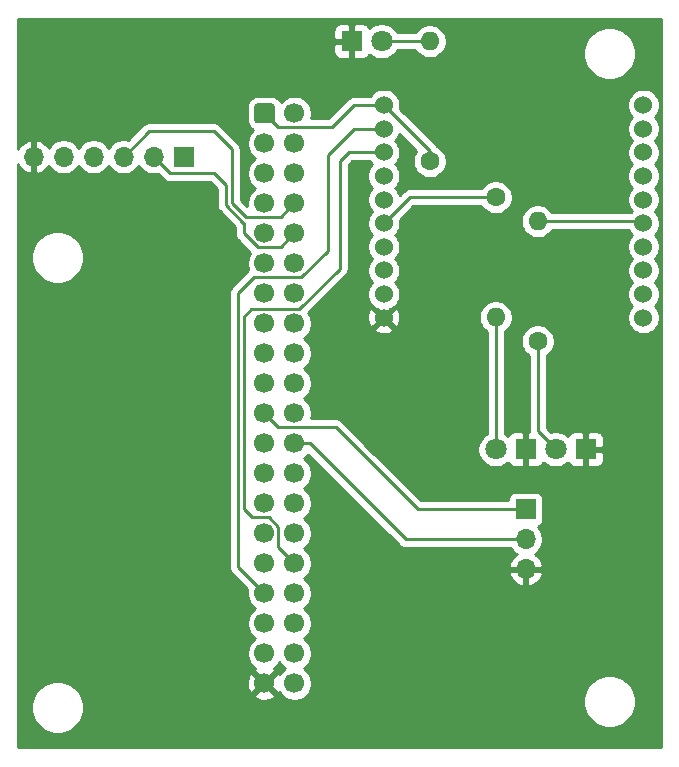
<source format=gbr>
G04 #@! TF.GenerationSoftware,KiCad,Pcbnew,(5.1.6)-1*
G04 #@! TF.CreationDate,2021-03-23T21:28:11+01:00*
G04 #@! TF.ProjectId,CentralUnit,43656e74-7261-46c5-956e-69742e6b6963,rev?*
G04 #@! TF.SameCoordinates,Original*
G04 #@! TF.FileFunction,Copper,L2,Bot*
G04 #@! TF.FilePolarity,Positive*
%FSLAX46Y46*%
G04 Gerber Fmt 4.6, Leading zero omitted, Abs format (unit mm)*
G04 Created by KiCad (PCBNEW (5.1.6)-1) date 2021-03-23 21:28:11*
%MOMM*%
%LPD*%
G01*
G04 APERTURE LIST*
G04 #@! TA.AperFunction,ComponentPad*
%ADD10C,1.524000*%
G04 #@! TD*
G04 #@! TA.AperFunction,ComponentPad*
%ADD11O,1.600000X1.600000*%
G04 #@! TD*
G04 #@! TA.AperFunction,ComponentPad*
%ADD12C,1.600000*%
G04 #@! TD*
G04 #@! TA.AperFunction,ComponentPad*
%ADD13O,1.700000X1.700000*%
G04 #@! TD*
G04 #@! TA.AperFunction,ComponentPad*
%ADD14R,1.700000X1.700000*%
G04 #@! TD*
G04 #@! TA.AperFunction,ComponentPad*
%ADD15C,1.700000*%
G04 #@! TD*
G04 #@! TA.AperFunction,ComponentPad*
%ADD16C,1.800000*%
G04 #@! TD*
G04 #@! TA.AperFunction,ComponentPad*
%ADD17R,1.800000X1.800000*%
G04 #@! TD*
G04 #@! TA.AperFunction,Conductor*
%ADD18C,0.250000*%
G04 #@! TD*
G04 #@! TA.AperFunction,Conductor*
%ADD19C,0.254000*%
G04 #@! TD*
G04 APERTURE END LIST*
D10*
X102438200Y-29276040D03*
X102438200Y-31277560D03*
X102438200Y-33276540D03*
X102438200Y-35278060D03*
X102438200Y-37277040D03*
X102438200Y-39276020D03*
X102438200Y-41277540D03*
X102438200Y-43276520D03*
X102438200Y-45278040D03*
X102438200Y-47277020D03*
X80441800Y-47277020D03*
X80441800Y-45278040D03*
X80441800Y-43276520D03*
X80441800Y-41277540D03*
X80441800Y-39276020D03*
X80441800Y-37277040D03*
X80441800Y-35278060D03*
X80441800Y-33276540D03*
X80441800Y-31277560D03*
X80441800Y-29276040D03*
D11*
X84328000Y-23876000D03*
D12*
X84328000Y-34036000D03*
D11*
X93472000Y-39116000D03*
D12*
X93472000Y-49276000D03*
D11*
X89916000Y-47244000D03*
D12*
X89916000Y-37084000D03*
D13*
X92456000Y-68580000D03*
X92456000Y-66040000D03*
D14*
X92456000Y-63500000D03*
D13*
X50800000Y-33655000D03*
X53340000Y-33655000D03*
X55880000Y-33655000D03*
X58420000Y-33655000D03*
X60960000Y-33655000D03*
D14*
X63500000Y-33655000D03*
D15*
X72890000Y-78235000D03*
X72890000Y-75695000D03*
X72890000Y-73155000D03*
X72890000Y-70615000D03*
X72890000Y-68075000D03*
X72890000Y-65535000D03*
X72890000Y-62995000D03*
X72890000Y-60455000D03*
X72890000Y-57915000D03*
X72890000Y-55375000D03*
X72890000Y-52835000D03*
X72890000Y-50295000D03*
X72890000Y-47755000D03*
X72890000Y-45215000D03*
X72890000Y-42675000D03*
X72890000Y-40135000D03*
X72890000Y-37595000D03*
X72890000Y-35055000D03*
X72890000Y-32515000D03*
X72890000Y-29975000D03*
X70350000Y-78235000D03*
X70350000Y-75695000D03*
X70350000Y-73155000D03*
X70350000Y-70615000D03*
X70350000Y-68075000D03*
X70350000Y-65535000D03*
X70350000Y-62995000D03*
X70350000Y-60455000D03*
X70350000Y-57915000D03*
X70350000Y-55375000D03*
X70350000Y-52835000D03*
X70350000Y-50295000D03*
X70350000Y-47755000D03*
X70350000Y-45215000D03*
X70350000Y-42675000D03*
X70350000Y-40135000D03*
X70350000Y-37595000D03*
X70350000Y-35055000D03*
X70350000Y-32515000D03*
G04 #@! TA.AperFunction,ComponentPad*
G36*
G01*
X69500000Y-30575000D02*
X69500000Y-29375000D01*
G75*
G02*
X69750000Y-29125000I250000J0D01*
G01*
X70950000Y-29125000D01*
G75*
G02*
X71200000Y-29375000I0J-250000D01*
G01*
X71200000Y-30575000D01*
G75*
G02*
X70950000Y-30825000I-250000J0D01*
G01*
X69750000Y-30825000D01*
G75*
G02*
X69500000Y-30575000I0J250000D01*
G01*
G37*
G04 #@! TD.AperFunction*
D16*
X80264000Y-23876000D03*
D17*
X77724000Y-23876000D03*
D16*
X94996000Y-58420000D03*
D17*
X97536000Y-58420000D03*
D16*
X89916000Y-58420000D03*
D17*
X92456000Y-58420000D03*
D18*
X69250001Y-64170001D02*
X68580000Y-63500000D01*
X72890000Y-68075000D02*
X71525001Y-66710001D01*
X70724003Y-64170001D02*
X69250001Y-64170001D01*
X76708000Y-43136002D02*
X76708000Y-34036000D01*
X71525001Y-64970999D02*
X70724003Y-64170001D01*
X71525001Y-66710001D02*
X71525001Y-64970999D01*
X68580000Y-63500000D02*
X68580000Y-47244000D01*
X69244001Y-46579999D02*
X73264003Y-46579999D01*
X68580000Y-47244000D02*
X69244001Y-46579999D01*
X73264003Y-46579999D02*
X76708000Y-43136002D01*
X77467460Y-33276540D02*
X80441800Y-33276540D01*
X76708000Y-34036000D02*
X77467460Y-33276540D01*
X72890000Y-57915000D02*
X74171000Y-57915000D01*
X82296000Y-66040000D02*
X92456000Y-66040000D01*
X74171000Y-57915000D02*
X82296000Y-66040000D01*
X71714999Y-41310001D02*
X72890000Y-40135000D01*
X71714999Y-41310001D02*
X69758001Y-41310001D01*
X69758001Y-41310001D02*
X68580000Y-40132000D01*
X68580000Y-39220011D02*
X68555601Y-39220011D01*
X68580000Y-40132000D02*
X68580000Y-39220011D01*
X68555601Y-39220011D02*
X67056000Y-37720410D01*
X67056000Y-37720410D02*
X67056000Y-36068000D01*
X67056000Y-36068000D02*
X66040000Y-35052000D01*
X62357000Y-35052000D02*
X60960000Y-33655000D01*
X66040000Y-35052000D02*
X62357000Y-35052000D01*
X71714999Y-38770001D02*
X72890000Y-37595000D01*
X67564000Y-37592000D02*
X68742001Y-38770001D01*
X67564000Y-33020000D02*
X67564000Y-37592000D01*
X66040000Y-31496000D02*
X67564000Y-33020000D01*
X68742001Y-38770001D02*
X71714999Y-38770001D01*
X60579000Y-31496000D02*
X58420000Y-33655000D01*
X66040000Y-31496000D02*
X60579000Y-31496000D01*
X68129991Y-68394991D02*
X68129991Y-45154009D01*
X70350000Y-70615000D02*
X68129991Y-68394991D01*
X73454001Y-43850001D02*
X75692000Y-41612002D01*
X68129991Y-45154009D02*
X69433999Y-43850001D01*
X69433999Y-43850001D02*
X73454001Y-43850001D01*
X75692000Y-41612002D02*
X75692000Y-33528000D01*
X77942440Y-31277560D02*
X80441800Y-31277560D01*
X75692000Y-33528000D02*
X77942440Y-31277560D01*
X76362001Y-56550001D02*
X83312000Y-63500000D01*
X70350000Y-55375000D02*
X71525001Y-56550001D01*
X83312000Y-63500000D02*
X92456000Y-63500000D01*
X71525001Y-56550001D02*
X76362001Y-56550001D01*
X80441800Y-29276040D02*
X80441800Y-29286200D01*
X84328000Y-33172400D02*
X84328000Y-34036000D01*
X80441800Y-29286200D02*
X84328000Y-33172400D01*
X71525001Y-31150001D02*
X76037999Y-31150001D01*
X70350000Y-29975000D02*
X71525001Y-31150001D01*
X77911960Y-29276040D02*
X80441800Y-29276040D01*
X76037999Y-31150001D02*
X77911960Y-29276040D01*
X102278180Y-39116000D02*
X102438200Y-39276020D01*
X93472000Y-39116000D02*
X102278180Y-39116000D01*
X82633820Y-37084000D02*
X80441800Y-39276020D01*
X89916000Y-37084000D02*
X82633820Y-37084000D01*
X93472000Y-56896000D02*
X94996000Y-58420000D01*
X93472000Y-49276000D02*
X93472000Y-56896000D01*
X80264000Y-23876000D02*
X84328000Y-23876000D01*
X89916000Y-47244000D02*
X89916000Y-58420000D01*
D19*
G36*
X103963001Y-83643000D02*
G01*
X49453000Y-83643000D01*
X49453000Y-80043872D01*
X50597000Y-80043872D01*
X50597000Y-80484128D01*
X50682890Y-80915925D01*
X50851369Y-81322669D01*
X51095962Y-81688729D01*
X51407271Y-82000038D01*
X51773331Y-82244631D01*
X52180075Y-82413110D01*
X52611872Y-82499000D01*
X53052128Y-82499000D01*
X53483925Y-82413110D01*
X53890669Y-82244631D01*
X54256729Y-82000038D01*
X54568038Y-81688729D01*
X54812631Y-81322669D01*
X54981110Y-80915925D01*
X55067000Y-80484128D01*
X55067000Y-80043872D01*
X54981110Y-79612075D01*
X54836683Y-79263397D01*
X69501208Y-79263397D01*
X69578843Y-79512472D01*
X69842883Y-79638371D01*
X70126411Y-79710339D01*
X70418531Y-79725611D01*
X70708019Y-79683599D01*
X70983747Y-79585919D01*
X71121157Y-79512472D01*
X71198792Y-79263397D01*
X70350000Y-78414605D01*
X69501208Y-79263397D01*
X54836683Y-79263397D01*
X54812631Y-79205331D01*
X54568038Y-78839271D01*
X54256729Y-78527962D01*
X53920844Y-78303531D01*
X68859389Y-78303531D01*
X68901401Y-78593019D01*
X68999081Y-78868747D01*
X69072528Y-79006157D01*
X69321603Y-79083792D01*
X70170395Y-78235000D01*
X69321603Y-77386208D01*
X69072528Y-77463843D01*
X68946629Y-77727883D01*
X68874661Y-78011411D01*
X68859389Y-78303531D01*
X53920844Y-78303531D01*
X53890669Y-78283369D01*
X53483925Y-78114890D01*
X53052128Y-78029000D01*
X52611872Y-78029000D01*
X52180075Y-78114890D01*
X51773331Y-78283369D01*
X51407271Y-78527962D01*
X51095962Y-78839271D01*
X50851369Y-79205331D01*
X50682890Y-79612075D01*
X50597000Y-80043872D01*
X49453000Y-80043872D01*
X49453000Y-41943872D01*
X50597000Y-41943872D01*
X50597000Y-42384128D01*
X50682890Y-42815925D01*
X50851369Y-43222669D01*
X51095962Y-43588729D01*
X51407271Y-43900038D01*
X51773331Y-44144631D01*
X52180075Y-44313110D01*
X52611872Y-44399000D01*
X53052128Y-44399000D01*
X53483925Y-44313110D01*
X53890669Y-44144631D01*
X54256729Y-43900038D01*
X54568038Y-43588729D01*
X54812631Y-43222669D01*
X54981110Y-42815925D01*
X55067000Y-42384128D01*
X55067000Y-41943872D01*
X54981110Y-41512075D01*
X54812631Y-41105331D01*
X54568038Y-40739271D01*
X54256729Y-40427962D01*
X53890669Y-40183369D01*
X53483925Y-40014890D01*
X53052128Y-39929000D01*
X52611872Y-39929000D01*
X52180075Y-40014890D01*
X51773331Y-40183369D01*
X51407271Y-40427962D01*
X51095962Y-40739271D01*
X50851369Y-41105331D01*
X50682890Y-41512075D01*
X50597000Y-41943872D01*
X49453000Y-41943872D01*
X49453000Y-34278237D01*
X49455843Y-34286252D01*
X49604822Y-34536355D01*
X49799731Y-34752588D01*
X50033080Y-34926641D01*
X50295901Y-35051825D01*
X50443110Y-35096476D01*
X50673000Y-34975155D01*
X50673000Y-33782000D01*
X50653000Y-33782000D01*
X50653000Y-33528000D01*
X50673000Y-33528000D01*
X50673000Y-32334845D01*
X50927000Y-32334845D01*
X50927000Y-33528000D01*
X50947000Y-33528000D01*
X50947000Y-33782000D01*
X50927000Y-33782000D01*
X50927000Y-34975155D01*
X51156890Y-35096476D01*
X51304099Y-35051825D01*
X51566920Y-34926641D01*
X51800269Y-34752588D01*
X51995178Y-34536355D01*
X52064805Y-34419466D01*
X52186525Y-34601632D01*
X52393368Y-34808475D01*
X52636589Y-34970990D01*
X52906842Y-35082932D01*
X53193740Y-35140000D01*
X53486260Y-35140000D01*
X53773158Y-35082932D01*
X54043411Y-34970990D01*
X54286632Y-34808475D01*
X54493475Y-34601632D01*
X54610000Y-34427240D01*
X54726525Y-34601632D01*
X54933368Y-34808475D01*
X55176589Y-34970990D01*
X55446842Y-35082932D01*
X55733740Y-35140000D01*
X56026260Y-35140000D01*
X56313158Y-35082932D01*
X56583411Y-34970990D01*
X56826632Y-34808475D01*
X57033475Y-34601632D01*
X57150000Y-34427240D01*
X57266525Y-34601632D01*
X57473368Y-34808475D01*
X57716589Y-34970990D01*
X57986842Y-35082932D01*
X58273740Y-35140000D01*
X58566260Y-35140000D01*
X58853158Y-35082932D01*
X59123411Y-34970990D01*
X59366632Y-34808475D01*
X59573475Y-34601632D01*
X59690000Y-34427240D01*
X59806525Y-34601632D01*
X60013368Y-34808475D01*
X60256589Y-34970990D01*
X60526842Y-35082932D01*
X60813740Y-35140000D01*
X61106260Y-35140000D01*
X61326408Y-35096210D01*
X61793200Y-35563002D01*
X61816999Y-35592001D01*
X61932724Y-35686974D01*
X62064753Y-35757546D01*
X62208014Y-35801003D01*
X62319667Y-35812000D01*
X62319676Y-35812000D01*
X62356999Y-35815676D01*
X62394322Y-35812000D01*
X65725199Y-35812000D01*
X66296001Y-36382803D01*
X66296000Y-37683087D01*
X66292324Y-37720410D01*
X66296000Y-37757732D01*
X66296000Y-37757742D01*
X66306997Y-37869395D01*
X66347028Y-38001363D01*
X66350454Y-38012656D01*
X66421026Y-38144686D01*
X66439811Y-38167575D01*
X66515999Y-38260411D01*
X66545003Y-38284214D01*
X67820000Y-39559212D01*
X67820000Y-40094678D01*
X67816324Y-40132000D01*
X67820000Y-40169322D01*
X67820000Y-40169332D01*
X67830997Y-40280985D01*
X67863362Y-40387680D01*
X67874454Y-40424246D01*
X67945026Y-40556276D01*
X67984566Y-40604455D01*
X68039999Y-40672001D01*
X68069003Y-40695804D01*
X69158490Y-41785292D01*
X69034010Y-41971589D01*
X68922068Y-42241842D01*
X68865000Y-42528740D01*
X68865000Y-42821260D01*
X68922068Y-43108158D01*
X68977342Y-43241601D01*
X68893998Y-43310000D01*
X68870200Y-43338998D01*
X67618989Y-44590210D01*
X67589991Y-44614008D01*
X67566193Y-44643006D01*
X67566192Y-44643007D01*
X67495017Y-44729733D01*
X67424445Y-44861763D01*
X67380989Y-45005024D01*
X67366315Y-45154009D01*
X67369992Y-45191342D01*
X67369991Y-68357669D01*
X67366315Y-68394991D01*
X67369991Y-68432313D01*
X67369991Y-68432323D01*
X67380988Y-68543976D01*
X67402533Y-68615001D01*
X67424445Y-68687237D01*
X67495017Y-68819267D01*
X67510946Y-68838676D01*
X67589990Y-68934992D01*
X67618994Y-68958795D01*
X68908790Y-70248592D01*
X68865000Y-70468740D01*
X68865000Y-70761260D01*
X68922068Y-71048158D01*
X69034010Y-71318411D01*
X69196525Y-71561632D01*
X69403368Y-71768475D01*
X69577760Y-71885000D01*
X69403368Y-72001525D01*
X69196525Y-72208368D01*
X69034010Y-72451589D01*
X68922068Y-72721842D01*
X68865000Y-73008740D01*
X68865000Y-73301260D01*
X68922068Y-73588158D01*
X69034010Y-73858411D01*
X69196525Y-74101632D01*
X69403368Y-74308475D01*
X69577760Y-74425000D01*
X69403368Y-74541525D01*
X69196525Y-74748368D01*
X69034010Y-74991589D01*
X68922068Y-75261842D01*
X68865000Y-75548740D01*
X68865000Y-75841260D01*
X68922068Y-76128158D01*
X69034010Y-76398411D01*
X69196525Y-76641632D01*
X69403368Y-76848475D01*
X69576729Y-76964311D01*
X69501208Y-77206603D01*
X70350000Y-78055395D01*
X71198792Y-77206603D01*
X71123271Y-76964311D01*
X71296632Y-76848475D01*
X71503475Y-76641632D01*
X71620000Y-76467240D01*
X71736525Y-76641632D01*
X71943368Y-76848475D01*
X72117760Y-76965000D01*
X71943368Y-77081525D01*
X71736525Y-77288368D01*
X71620689Y-77461729D01*
X71378397Y-77386208D01*
X70529605Y-78235000D01*
X71378397Y-79083792D01*
X71620689Y-79008271D01*
X71736525Y-79181632D01*
X71943368Y-79388475D01*
X72186589Y-79550990D01*
X72456842Y-79662932D01*
X72743740Y-79720000D01*
X73036260Y-79720000D01*
X73323158Y-79662932D01*
X73593411Y-79550990D01*
X73616036Y-79535872D01*
X97333000Y-79535872D01*
X97333000Y-79976128D01*
X97418890Y-80407925D01*
X97587369Y-80814669D01*
X97831962Y-81180729D01*
X98143271Y-81492038D01*
X98509331Y-81736631D01*
X98916075Y-81905110D01*
X99347872Y-81991000D01*
X99788128Y-81991000D01*
X100219925Y-81905110D01*
X100626669Y-81736631D01*
X100992729Y-81492038D01*
X101304038Y-81180729D01*
X101548631Y-80814669D01*
X101717110Y-80407925D01*
X101803000Y-79976128D01*
X101803000Y-79535872D01*
X101717110Y-79104075D01*
X101548631Y-78697331D01*
X101304038Y-78331271D01*
X100992729Y-78019962D01*
X100626669Y-77775369D01*
X100219925Y-77606890D01*
X99788128Y-77521000D01*
X99347872Y-77521000D01*
X98916075Y-77606890D01*
X98509331Y-77775369D01*
X98143271Y-78019962D01*
X97831962Y-78331271D01*
X97587369Y-78697331D01*
X97418890Y-79104075D01*
X97333000Y-79535872D01*
X73616036Y-79535872D01*
X73836632Y-79388475D01*
X74043475Y-79181632D01*
X74205990Y-78938411D01*
X74317932Y-78668158D01*
X74375000Y-78381260D01*
X74375000Y-78088740D01*
X74317932Y-77801842D01*
X74205990Y-77531589D01*
X74043475Y-77288368D01*
X73836632Y-77081525D01*
X73662240Y-76965000D01*
X73836632Y-76848475D01*
X74043475Y-76641632D01*
X74205990Y-76398411D01*
X74317932Y-76128158D01*
X74375000Y-75841260D01*
X74375000Y-75548740D01*
X74317932Y-75261842D01*
X74205990Y-74991589D01*
X74043475Y-74748368D01*
X73836632Y-74541525D01*
X73662240Y-74425000D01*
X73836632Y-74308475D01*
X74043475Y-74101632D01*
X74205990Y-73858411D01*
X74317932Y-73588158D01*
X74375000Y-73301260D01*
X74375000Y-73008740D01*
X74317932Y-72721842D01*
X74205990Y-72451589D01*
X74043475Y-72208368D01*
X73836632Y-72001525D01*
X73662240Y-71885000D01*
X73836632Y-71768475D01*
X74043475Y-71561632D01*
X74205990Y-71318411D01*
X74317932Y-71048158D01*
X74375000Y-70761260D01*
X74375000Y-70468740D01*
X74317932Y-70181842D01*
X74205990Y-69911589D01*
X74043475Y-69668368D01*
X73836632Y-69461525D01*
X73662240Y-69345000D01*
X73836632Y-69228475D01*
X74043475Y-69021632D01*
X74100097Y-68936890D01*
X91014524Y-68936890D01*
X91059175Y-69084099D01*
X91184359Y-69346920D01*
X91358412Y-69580269D01*
X91574645Y-69775178D01*
X91824748Y-69924157D01*
X92099109Y-70021481D01*
X92329000Y-69900814D01*
X92329000Y-68707000D01*
X92583000Y-68707000D01*
X92583000Y-69900814D01*
X92812891Y-70021481D01*
X93087252Y-69924157D01*
X93337355Y-69775178D01*
X93553588Y-69580269D01*
X93727641Y-69346920D01*
X93852825Y-69084099D01*
X93897476Y-68936890D01*
X93776155Y-68707000D01*
X92583000Y-68707000D01*
X92329000Y-68707000D01*
X91135845Y-68707000D01*
X91014524Y-68936890D01*
X74100097Y-68936890D01*
X74205990Y-68778411D01*
X74317932Y-68508158D01*
X74375000Y-68221260D01*
X74375000Y-67928740D01*
X74317932Y-67641842D01*
X74205990Y-67371589D01*
X74043475Y-67128368D01*
X73836632Y-66921525D01*
X73662240Y-66805000D01*
X73836632Y-66688475D01*
X74043475Y-66481632D01*
X74205990Y-66238411D01*
X74317932Y-65968158D01*
X74375000Y-65681260D01*
X74375000Y-65388740D01*
X74317932Y-65101842D01*
X74205990Y-64831589D01*
X74043475Y-64588368D01*
X73836632Y-64381525D01*
X73662240Y-64265000D01*
X73836632Y-64148475D01*
X74043475Y-63941632D01*
X74205990Y-63698411D01*
X74317932Y-63428158D01*
X74375000Y-63141260D01*
X74375000Y-62848740D01*
X74317932Y-62561842D01*
X74205990Y-62291589D01*
X74043475Y-62048368D01*
X73836632Y-61841525D01*
X73662240Y-61725000D01*
X73836632Y-61608475D01*
X74043475Y-61401632D01*
X74205990Y-61158411D01*
X74317932Y-60888158D01*
X74375000Y-60601260D01*
X74375000Y-60308740D01*
X74317932Y-60021842D01*
X74205990Y-59751589D01*
X74043475Y-59508368D01*
X73836632Y-59301525D01*
X73662240Y-59185000D01*
X73836632Y-59068475D01*
X74043153Y-58861954D01*
X81732201Y-66551003D01*
X81755999Y-66580001D01*
X81871724Y-66674974D01*
X82003753Y-66745546D01*
X82147014Y-66789003D01*
X82258667Y-66800000D01*
X82258676Y-66800000D01*
X82295999Y-66803676D01*
X82333322Y-66800000D01*
X91177822Y-66800000D01*
X91302525Y-66986632D01*
X91509368Y-67193475D01*
X91691534Y-67315195D01*
X91574645Y-67384822D01*
X91358412Y-67579731D01*
X91184359Y-67813080D01*
X91059175Y-68075901D01*
X91014524Y-68223110D01*
X91135845Y-68453000D01*
X92329000Y-68453000D01*
X92329000Y-68433000D01*
X92583000Y-68433000D01*
X92583000Y-68453000D01*
X93776155Y-68453000D01*
X93897476Y-68223110D01*
X93852825Y-68075901D01*
X93727641Y-67813080D01*
X93553588Y-67579731D01*
X93337355Y-67384822D01*
X93220466Y-67315195D01*
X93402632Y-67193475D01*
X93609475Y-66986632D01*
X93771990Y-66743411D01*
X93883932Y-66473158D01*
X93941000Y-66186260D01*
X93941000Y-65893740D01*
X93883932Y-65606842D01*
X93771990Y-65336589D01*
X93609475Y-65093368D01*
X93477620Y-64961513D01*
X93550180Y-64939502D01*
X93660494Y-64880537D01*
X93757185Y-64801185D01*
X93836537Y-64704494D01*
X93895502Y-64594180D01*
X93931812Y-64474482D01*
X93944072Y-64350000D01*
X93944072Y-62650000D01*
X93931812Y-62525518D01*
X93895502Y-62405820D01*
X93836537Y-62295506D01*
X93757185Y-62198815D01*
X93660494Y-62119463D01*
X93550180Y-62060498D01*
X93430482Y-62024188D01*
X93306000Y-62011928D01*
X91606000Y-62011928D01*
X91481518Y-62024188D01*
X91361820Y-62060498D01*
X91251506Y-62119463D01*
X91154815Y-62198815D01*
X91075463Y-62295506D01*
X91016498Y-62405820D01*
X90980188Y-62525518D01*
X90967928Y-62650000D01*
X90967928Y-62740000D01*
X83626802Y-62740000D01*
X79155618Y-58268816D01*
X88381000Y-58268816D01*
X88381000Y-58571184D01*
X88439989Y-58867743D01*
X88555701Y-59147095D01*
X88723688Y-59398505D01*
X88937495Y-59612312D01*
X89188905Y-59780299D01*
X89468257Y-59896011D01*
X89764816Y-59955000D01*
X90067184Y-59955000D01*
X90363743Y-59896011D01*
X90643095Y-59780299D01*
X90894505Y-59612312D01*
X90960944Y-59545873D01*
X90966498Y-59564180D01*
X91025463Y-59674494D01*
X91104815Y-59771185D01*
X91201506Y-59850537D01*
X91311820Y-59909502D01*
X91431518Y-59945812D01*
X91556000Y-59958072D01*
X92170250Y-59955000D01*
X92329000Y-59796250D01*
X92329000Y-58547000D01*
X92309000Y-58547000D01*
X92309000Y-58293000D01*
X92329000Y-58293000D01*
X92329000Y-57043750D01*
X92170250Y-56885000D01*
X91556000Y-56881928D01*
X91431518Y-56894188D01*
X91311820Y-56930498D01*
X91201506Y-56989463D01*
X91104815Y-57068815D01*
X91025463Y-57165506D01*
X90966498Y-57275820D01*
X90960944Y-57294127D01*
X90894505Y-57227688D01*
X90676000Y-57081687D01*
X90676000Y-49134665D01*
X92037000Y-49134665D01*
X92037000Y-49417335D01*
X92092147Y-49694574D01*
X92200320Y-49955727D01*
X92357363Y-50190759D01*
X92557241Y-50390637D01*
X92712000Y-50494044D01*
X92712001Y-56858668D01*
X92708324Y-56896000D01*
X92710335Y-56916415D01*
X92583000Y-57043750D01*
X92583000Y-58293000D01*
X92603000Y-58293000D01*
X92603000Y-58547000D01*
X92583000Y-58547000D01*
X92583000Y-59796250D01*
X92741750Y-59955000D01*
X93356000Y-59958072D01*
X93480482Y-59945812D01*
X93600180Y-59909502D01*
X93710494Y-59850537D01*
X93807185Y-59771185D01*
X93886537Y-59674494D01*
X93945502Y-59564180D01*
X93951056Y-59545873D01*
X94017495Y-59612312D01*
X94268905Y-59780299D01*
X94548257Y-59896011D01*
X94844816Y-59955000D01*
X95147184Y-59955000D01*
X95443743Y-59896011D01*
X95723095Y-59780299D01*
X95974505Y-59612312D01*
X96040944Y-59545873D01*
X96046498Y-59564180D01*
X96105463Y-59674494D01*
X96184815Y-59771185D01*
X96281506Y-59850537D01*
X96391820Y-59909502D01*
X96511518Y-59945812D01*
X96636000Y-59958072D01*
X97250250Y-59955000D01*
X97409000Y-59796250D01*
X97409000Y-58547000D01*
X97663000Y-58547000D01*
X97663000Y-59796250D01*
X97821750Y-59955000D01*
X98436000Y-59958072D01*
X98560482Y-59945812D01*
X98680180Y-59909502D01*
X98790494Y-59850537D01*
X98887185Y-59771185D01*
X98966537Y-59674494D01*
X99025502Y-59564180D01*
X99061812Y-59444482D01*
X99074072Y-59320000D01*
X99071000Y-58705750D01*
X98912250Y-58547000D01*
X97663000Y-58547000D01*
X97409000Y-58547000D01*
X97389000Y-58547000D01*
X97389000Y-58293000D01*
X97409000Y-58293000D01*
X97409000Y-57043750D01*
X97663000Y-57043750D01*
X97663000Y-58293000D01*
X98912250Y-58293000D01*
X99071000Y-58134250D01*
X99074072Y-57520000D01*
X99061812Y-57395518D01*
X99025502Y-57275820D01*
X98966537Y-57165506D01*
X98887185Y-57068815D01*
X98790494Y-56989463D01*
X98680180Y-56930498D01*
X98560482Y-56894188D01*
X98436000Y-56881928D01*
X97821750Y-56885000D01*
X97663000Y-57043750D01*
X97409000Y-57043750D01*
X97250250Y-56885000D01*
X96636000Y-56881928D01*
X96511518Y-56894188D01*
X96391820Y-56930498D01*
X96281506Y-56989463D01*
X96184815Y-57068815D01*
X96105463Y-57165506D01*
X96046498Y-57275820D01*
X96040944Y-57294127D01*
X95974505Y-57227688D01*
X95723095Y-57059701D01*
X95443743Y-56943989D01*
X95147184Y-56885000D01*
X94844816Y-56885000D01*
X94587070Y-56936269D01*
X94232000Y-56581199D01*
X94232000Y-50494043D01*
X94386759Y-50390637D01*
X94586637Y-50190759D01*
X94743680Y-49955727D01*
X94851853Y-49694574D01*
X94907000Y-49417335D01*
X94907000Y-49134665D01*
X94851853Y-48857426D01*
X94743680Y-48596273D01*
X94586637Y-48361241D01*
X94386759Y-48161363D01*
X94151727Y-48004320D01*
X93890574Y-47896147D01*
X93613335Y-47841000D01*
X93330665Y-47841000D01*
X93053426Y-47896147D01*
X92792273Y-48004320D01*
X92557241Y-48161363D01*
X92357363Y-48361241D01*
X92200320Y-48596273D01*
X92092147Y-48857426D01*
X92037000Y-49134665D01*
X90676000Y-49134665D01*
X90676000Y-48462043D01*
X90830759Y-48358637D01*
X91030637Y-48158759D01*
X91187680Y-47923727D01*
X91295853Y-47662574D01*
X91351000Y-47385335D01*
X91351000Y-47102665D01*
X91295853Y-46825426D01*
X91187680Y-46564273D01*
X91030637Y-46329241D01*
X90830759Y-46129363D01*
X90595727Y-45972320D01*
X90334574Y-45864147D01*
X90057335Y-45809000D01*
X89774665Y-45809000D01*
X89497426Y-45864147D01*
X89236273Y-45972320D01*
X89001241Y-46129363D01*
X88801363Y-46329241D01*
X88644320Y-46564273D01*
X88536147Y-46825426D01*
X88481000Y-47102665D01*
X88481000Y-47385335D01*
X88536147Y-47662574D01*
X88644320Y-47923727D01*
X88801363Y-48158759D01*
X89001241Y-48358637D01*
X89156000Y-48462043D01*
X89156001Y-57081687D01*
X88937495Y-57227688D01*
X88723688Y-57441495D01*
X88555701Y-57692905D01*
X88439989Y-57972257D01*
X88381000Y-58268816D01*
X79155618Y-58268816D01*
X76925805Y-56039004D01*
X76902002Y-56010000D01*
X76786277Y-55915027D01*
X76654248Y-55844455D01*
X76510987Y-55800998D01*
X76399334Y-55790001D01*
X76399323Y-55790001D01*
X76362001Y-55786325D01*
X76324679Y-55790001D01*
X74321544Y-55790001D01*
X74375000Y-55521260D01*
X74375000Y-55228740D01*
X74317932Y-54941842D01*
X74205990Y-54671589D01*
X74043475Y-54428368D01*
X73836632Y-54221525D01*
X73662240Y-54105000D01*
X73836632Y-53988475D01*
X74043475Y-53781632D01*
X74205990Y-53538411D01*
X74317932Y-53268158D01*
X74375000Y-52981260D01*
X74375000Y-52688740D01*
X74317932Y-52401842D01*
X74205990Y-52131589D01*
X74043475Y-51888368D01*
X73836632Y-51681525D01*
X73662240Y-51565000D01*
X73836632Y-51448475D01*
X74043475Y-51241632D01*
X74205990Y-50998411D01*
X74317932Y-50728158D01*
X74375000Y-50441260D01*
X74375000Y-50148740D01*
X74317932Y-49861842D01*
X74205990Y-49591589D01*
X74043475Y-49348368D01*
X73836632Y-49141525D01*
X73662240Y-49025000D01*
X73836632Y-48908475D01*
X74043475Y-48701632D01*
X74205990Y-48458411D01*
X74295387Y-48242585D01*
X79655840Y-48242585D01*
X79722820Y-48482676D01*
X79971848Y-48599776D01*
X80238935Y-48666043D01*
X80513817Y-48678930D01*
X80785933Y-48637942D01*
X81044823Y-48544656D01*
X81160780Y-48482676D01*
X81227760Y-48242585D01*
X80441800Y-47456625D01*
X79655840Y-48242585D01*
X74295387Y-48242585D01*
X74317932Y-48188158D01*
X74375000Y-47901260D01*
X74375000Y-47608740D01*
X74323342Y-47349037D01*
X79039890Y-47349037D01*
X79080878Y-47621153D01*
X79174164Y-47880043D01*
X79236144Y-47996000D01*
X79476235Y-48062980D01*
X80262195Y-47277020D01*
X80621405Y-47277020D01*
X81407365Y-48062980D01*
X81647456Y-47996000D01*
X81764556Y-47746972D01*
X81830823Y-47479885D01*
X81843710Y-47205003D01*
X81802722Y-46932887D01*
X81709436Y-46673997D01*
X81647456Y-46558040D01*
X81407365Y-46491060D01*
X80621405Y-47277020D01*
X80262195Y-47277020D01*
X79476235Y-46491060D01*
X79236144Y-46558040D01*
X79119044Y-46807068D01*
X79052777Y-47074155D01*
X79039890Y-47349037D01*
X74323342Y-47349037D01*
X74317932Y-47321842D01*
X74205990Y-47051589D01*
X74070295Y-46848508D01*
X77219004Y-43699800D01*
X77248001Y-43676003D01*
X77342974Y-43560278D01*
X77413546Y-43428249D01*
X77457003Y-43284988D01*
X77468000Y-43173335D01*
X77468000Y-43173326D01*
X77471676Y-43136003D01*
X77468000Y-43098680D01*
X77468000Y-34350801D01*
X77782262Y-34036540D01*
X79269459Y-34036540D01*
X79356680Y-34167075D01*
X79466905Y-34277300D01*
X79356680Y-34387525D01*
X79203795Y-34616333D01*
X79098486Y-34870570D01*
X79044800Y-35140468D01*
X79044800Y-35415652D01*
X79098486Y-35685550D01*
X79203795Y-35939787D01*
X79356680Y-36168595D01*
X79465635Y-36277550D01*
X79356680Y-36386505D01*
X79203795Y-36615313D01*
X79098486Y-36869550D01*
X79044800Y-37139448D01*
X79044800Y-37414632D01*
X79098486Y-37684530D01*
X79203795Y-37938767D01*
X79356680Y-38167575D01*
X79465635Y-38276530D01*
X79356680Y-38385485D01*
X79203795Y-38614293D01*
X79098486Y-38868530D01*
X79044800Y-39138428D01*
X79044800Y-39413612D01*
X79098486Y-39683510D01*
X79203795Y-39937747D01*
X79356680Y-40166555D01*
X79466905Y-40276780D01*
X79356680Y-40387005D01*
X79203795Y-40615813D01*
X79098486Y-40870050D01*
X79044800Y-41139948D01*
X79044800Y-41415132D01*
X79098486Y-41685030D01*
X79203795Y-41939267D01*
X79356680Y-42168075D01*
X79465635Y-42277030D01*
X79356680Y-42385985D01*
X79203795Y-42614793D01*
X79098486Y-42869030D01*
X79044800Y-43138928D01*
X79044800Y-43414112D01*
X79098486Y-43684010D01*
X79203795Y-43938247D01*
X79356680Y-44167055D01*
X79466905Y-44277280D01*
X79356680Y-44387505D01*
X79203795Y-44616313D01*
X79098486Y-44870550D01*
X79044800Y-45140448D01*
X79044800Y-45415632D01*
X79098486Y-45685530D01*
X79203795Y-45939767D01*
X79356680Y-46168575D01*
X79551265Y-46363160D01*
X79780073Y-46516045D01*
X79917252Y-46572867D01*
X80441800Y-47097415D01*
X80966348Y-46572867D01*
X81103527Y-46516045D01*
X81332335Y-46363160D01*
X81526920Y-46168575D01*
X81679805Y-45939767D01*
X81785114Y-45685530D01*
X81838800Y-45415632D01*
X81838800Y-45140448D01*
X81785114Y-44870550D01*
X81679805Y-44616313D01*
X81526920Y-44387505D01*
X81416695Y-44277280D01*
X81526920Y-44167055D01*
X81679805Y-43938247D01*
X81785114Y-43684010D01*
X81838800Y-43414112D01*
X81838800Y-43138928D01*
X81785114Y-42869030D01*
X81679805Y-42614793D01*
X81526920Y-42385985D01*
X81417965Y-42277030D01*
X81526920Y-42168075D01*
X81679805Y-41939267D01*
X81785114Y-41685030D01*
X81838800Y-41415132D01*
X81838800Y-41139948D01*
X81785114Y-40870050D01*
X81679805Y-40615813D01*
X81526920Y-40387005D01*
X81416695Y-40276780D01*
X81526920Y-40166555D01*
X81679805Y-39937747D01*
X81785114Y-39683510D01*
X81838800Y-39413612D01*
X81838800Y-39138428D01*
X81808172Y-38984450D01*
X81817957Y-38974665D01*
X92037000Y-38974665D01*
X92037000Y-39257335D01*
X92092147Y-39534574D01*
X92200320Y-39795727D01*
X92357363Y-40030759D01*
X92557241Y-40230637D01*
X92792273Y-40387680D01*
X93053426Y-40495853D01*
X93330665Y-40551000D01*
X93613335Y-40551000D01*
X93890574Y-40495853D01*
X94151727Y-40387680D01*
X94386759Y-40230637D01*
X94586637Y-40030759D01*
X94690043Y-39876000D01*
X101174618Y-39876000D01*
X101200195Y-39937747D01*
X101353080Y-40166555D01*
X101463305Y-40276780D01*
X101353080Y-40387005D01*
X101200195Y-40615813D01*
X101094886Y-40870050D01*
X101041200Y-41139948D01*
X101041200Y-41415132D01*
X101094886Y-41685030D01*
X101200195Y-41939267D01*
X101353080Y-42168075D01*
X101462035Y-42277030D01*
X101353080Y-42385985D01*
X101200195Y-42614793D01*
X101094886Y-42869030D01*
X101041200Y-43138928D01*
X101041200Y-43414112D01*
X101094886Y-43684010D01*
X101200195Y-43938247D01*
X101353080Y-44167055D01*
X101463305Y-44277280D01*
X101353080Y-44387505D01*
X101200195Y-44616313D01*
X101094886Y-44870550D01*
X101041200Y-45140448D01*
X101041200Y-45415632D01*
X101094886Y-45685530D01*
X101200195Y-45939767D01*
X101353080Y-46168575D01*
X101462035Y-46277530D01*
X101353080Y-46386485D01*
X101200195Y-46615293D01*
X101094886Y-46869530D01*
X101041200Y-47139428D01*
X101041200Y-47414612D01*
X101094886Y-47684510D01*
X101200195Y-47938747D01*
X101353080Y-48167555D01*
X101547665Y-48362140D01*
X101776473Y-48515025D01*
X102030710Y-48620334D01*
X102300608Y-48674020D01*
X102575792Y-48674020D01*
X102845690Y-48620334D01*
X103099927Y-48515025D01*
X103328735Y-48362140D01*
X103523320Y-48167555D01*
X103676205Y-47938747D01*
X103781514Y-47684510D01*
X103835200Y-47414612D01*
X103835200Y-47139428D01*
X103781514Y-46869530D01*
X103676205Y-46615293D01*
X103523320Y-46386485D01*
X103414365Y-46277530D01*
X103523320Y-46168575D01*
X103676205Y-45939767D01*
X103781514Y-45685530D01*
X103835200Y-45415632D01*
X103835200Y-45140448D01*
X103781514Y-44870550D01*
X103676205Y-44616313D01*
X103523320Y-44387505D01*
X103413095Y-44277280D01*
X103523320Y-44167055D01*
X103676205Y-43938247D01*
X103781514Y-43684010D01*
X103835200Y-43414112D01*
X103835200Y-43138928D01*
X103781514Y-42869030D01*
X103676205Y-42614793D01*
X103523320Y-42385985D01*
X103414365Y-42277030D01*
X103523320Y-42168075D01*
X103676205Y-41939267D01*
X103781514Y-41685030D01*
X103835200Y-41415132D01*
X103835200Y-41139948D01*
X103781514Y-40870050D01*
X103676205Y-40615813D01*
X103523320Y-40387005D01*
X103413095Y-40276780D01*
X103523320Y-40166555D01*
X103676205Y-39937747D01*
X103781514Y-39683510D01*
X103835200Y-39413612D01*
X103835200Y-39138428D01*
X103781514Y-38868530D01*
X103676205Y-38614293D01*
X103523320Y-38385485D01*
X103414365Y-38276530D01*
X103523320Y-38167575D01*
X103676205Y-37938767D01*
X103781514Y-37684530D01*
X103835200Y-37414632D01*
X103835200Y-37139448D01*
X103781514Y-36869550D01*
X103676205Y-36615313D01*
X103523320Y-36386505D01*
X103414365Y-36277550D01*
X103523320Y-36168595D01*
X103676205Y-35939787D01*
X103781514Y-35685550D01*
X103835200Y-35415652D01*
X103835200Y-35140468D01*
X103781514Y-34870570D01*
X103676205Y-34616333D01*
X103523320Y-34387525D01*
X103413095Y-34277300D01*
X103523320Y-34167075D01*
X103676205Y-33938267D01*
X103781514Y-33684030D01*
X103835200Y-33414132D01*
X103835200Y-33138948D01*
X103781514Y-32869050D01*
X103676205Y-32614813D01*
X103523320Y-32386005D01*
X103414365Y-32277050D01*
X103523320Y-32168095D01*
X103676205Y-31939287D01*
X103781514Y-31685050D01*
X103835200Y-31415152D01*
X103835200Y-31139968D01*
X103781514Y-30870070D01*
X103676205Y-30615833D01*
X103523320Y-30387025D01*
X103413095Y-30276800D01*
X103523320Y-30166575D01*
X103676205Y-29937767D01*
X103781514Y-29683530D01*
X103835200Y-29413632D01*
X103835200Y-29138448D01*
X103781514Y-28868550D01*
X103676205Y-28614313D01*
X103523320Y-28385505D01*
X103328735Y-28190920D01*
X103099927Y-28038035D01*
X102845690Y-27932726D01*
X102575792Y-27879040D01*
X102300608Y-27879040D01*
X102030710Y-27932726D01*
X101776473Y-28038035D01*
X101547665Y-28190920D01*
X101353080Y-28385505D01*
X101200195Y-28614313D01*
X101094886Y-28868550D01*
X101041200Y-29138448D01*
X101041200Y-29413632D01*
X101094886Y-29683530D01*
X101200195Y-29937767D01*
X101353080Y-30166575D01*
X101463305Y-30276800D01*
X101353080Y-30387025D01*
X101200195Y-30615833D01*
X101094886Y-30870070D01*
X101041200Y-31139968D01*
X101041200Y-31415152D01*
X101094886Y-31685050D01*
X101200195Y-31939287D01*
X101353080Y-32168095D01*
X101462035Y-32277050D01*
X101353080Y-32386005D01*
X101200195Y-32614813D01*
X101094886Y-32869050D01*
X101041200Y-33138948D01*
X101041200Y-33414132D01*
X101094886Y-33684030D01*
X101200195Y-33938267D01*
X101353080Y-34167075D01*
X101463305Y-34277300D01*
X101353080Y-34387525D01*
X101200195Y-34616333D01*
X101094886Y-34870570D01*
X101041200Y-35140468D01*
X101041200Y-35415652D01*
X101094886Y-35685550D01*
X101200195Y-35939787D01*
X101353080Y-36168595D01*
X101462035Y-36277550D01*
X101353080Y-36386505D01*
X101200195Y-36615313D01*
X101094886Y-36869550D01*
X101041200Y-37139448D01*
X101041200Y-37414632D01*
X101094886Y-37684530D01*
X101200195Y-37938767D01*
X101353080Y-38167575D01*
X101462035Y-38276530D01*
X101382565Y-38356000D01*
X94690043Y-38356000D01*
X94586637Y-38201241D01*
X94386759Y-38001363D01*
X94151727Y-37844320D01*
X93890574Y-37736147D01*
X93613335Y-37681000D01*
X93330665Y-37681000D01*
X93053426Y-37736147D01*
X92792273Y-37844320D01*
X92557241Y-38001363D01*
X92357363Y-38201241D01*
X92200320Y-38436273D01*
X92092147Y-38697426D01*
X92037000Y-38974665D01*
X81817957Y-38974665D01*
X82948623Y-37844000D01*
X88697957Y-37844000D01*
X88801363Y-37998759D01*
X89001241Y-38198637D01*
X89236273Y-38355680D01*
X89497426Y-38463853D01*
X89774665Y-38519000D01*
X90057335Y-38519000D01*
X90334574Y-38463853D01*
X90595727Y-38355680D01*
X90830759Y-38198637D01*
X91030637Y-37998759D01*
X91187680Y-37763727D01*
X91295853Y-37502574D01*
X91351000Y-37225335D01*
X91351000Y-36942665D01*
X91295853Y-36665426D01*
X91187680Y-36404273D01*
X91030637Y-36169241D01*
X90830759Y-35969363D01*
X90595727Y-35812320D01*
X90334574Y-35704147D01*
X90057335Y-35649000D01*
X89774665Y-35649000D01*
X89497426Y-35704147D01*
X89236273Y-35812320D01*
X89001241Y-35969363D01*
X88801363Y-36169241D01*
X88697957Y-36324000D01*
X82671142Y-36324000D01*
X82633819Y-36320324D01*
X82596496Y-36324000D01*
X82596487Y-36324000D01*
X82484834Y-36334997D01*
X82341573Y-36378454D01*
X82209544Y-36449026D01*
X82209542Y-36449027D01*
X82209543Y-36449027D01*
X82122816Y-36520201D01*
X82122812Y-36520205D01*
X82093819Y-36543999D01*
X82070025Y-36572992D01*
X81781703Y-36861315D01*
X81679805Y-36615313D01*
X81526920Y-36386505D01*
X81417965Y-36277550D01*
X81526920Y-36168595D01*
X81679805Y-35939787D01*
X81785114Y-35685550D01*
X81838800Y-35415652D01*
X81838800Y-35140468D01*
X81785114Y-34870570D01*
X81679805Y-34616333D01*
X81526920Y-34387525D01*
X81416695Y-34277300D01*
X81526920Y-34167075D01*
X81679805Y-33938267D01*
X81785114Y-33684030D01*
X81838800Y-33414132D01*
X81838800Y-33138948D01*
X81785114Y-32869050D01*
X81679805Y-32614813D01*
X81526920Y-32386005D01*
X81417965Y-32277050D01*
X81526920Y-32168095D01*
X81679805Y-31939287D01*
X81779471Y-31698673D01*
X83208827Y-33128029D01*
X83056320Y-33356273D01*
X82948147Y-33617426D01*
X82893000Y-33894665D01*
X82893000Y-34177335D01*
X82948147Y-34454574D01*
X83056320Y-34715727D01*
X83213363Y-34950759D01*
X83413241Y-35150637D01*
X83648273Y-35307680D01*
X83909426Y-35415853D01*
X84186665Y-35471000D01*
X84469335Y-35471000D01*
X84746574Y-35415853D01*
X85007727Y-35307680D01*
X85242759Y-35150637D01*
X85442637Y-34950759D01*
X85599680Y-34715727D01*
X85707853Y-34454574D01*
X85763000Y-34177335D01*
X85763000Y-33894665D01*
X85707853Y-33617426D01*
X85599680Y-33356273D01*
X85442637Y-33121241D01*
X85242759Y-32921363D01*
X85007727Y-32764320D01*
X84960063Y-32744577D01*
X84868001Y-32632399D01*
X84839004Y-32608602D01*
X81806486Y-29576085D01*
X81838800Y-29413632D01*
X81838800Y-29138448D01*
X81785114Y-28868550D01*
X81679805Y-28614313D01*
X81526920Y-28385505D01*
X81332335Y-28190920D01*
X81103527Y-28038035D01*
X80849290Y-27932726D01*
X80579392Y-27879040D01*
X80304208Y-27879040D01*
X80034310Y-27932726D01*
X79780073Y-28038035D01*
X79551265Y-28190920D01*
X79356680Y-28385505D01*
X79269459Y-28516040D01*
X77949282Y-28516040D01*
X77911959Y-28512364D01*
X77874636Y-28516040D01*
X77874627Y-28516040D01*
X77762974Y-28527037D01*
X77619713Y-28570494D01*
X77487683Y-28641066D01*
X77404043Y-28709708D01*
X77371959Y-28736039D01*
X77348161Y-28765037D01*
X75723198Y-30390001D01*
X74321544Y-30390001D01*
X74375000Y-30121260D01*
X74375000Y-29828740D01*
X74317932Y-29541842D01*
X74205990Y-29271589D01*
X74043475Y-29028368D01*
X73836632Y-28821525D01*
X73593411Y-28659010D01*
X73323158Y-28547068D01*
X73036260Y-28490000D01*
X72743740Y-28490000D01*
X72456842Y-28547068D01*
X72186589Y-28659010D01*
X71943368Y-28821525D01*
X71756285Y-29008608D01*
X71688405Y-28881614D01*
X71577962Y-28747038D01*
X71443386Y-28636595D01*
X71289850Y-28554528D01*
X71123254Y-28503992D01*
X70950000Y-28486928D01*
X69750000Y-28486928D01*
X69576746Y-28503992D01*
X69410150Y-28554528D01*
X69256614Y-28636595D01*
X69122038Y-28747038D01*
X69011595Y-28881614D01*
X68929528Y-29035150D01*
X68878992Y-29201746D01*
X68861928Y-29375000D01*
X68861928Y-30575000D01*
X68878992Y-30748254D01*
X68929528Y-30914850D01*
X69011595Y-31068386D01*
X69122038Y-31202962D01*
X69256614Y-31313405D01*
X69383608Y-31381285D01*
X69196525Y-31568368D01*
X69034010Y-31811589D01*
X68922068Y-32081842D01*
X68865000Y-32368740D01*
X68865000Y-32661260D01*
X68922068Y-32948158D01*
X69034010Y-33218411D01*
X69196525Y-33461632D01*
X69403368Y-33668475D01*
X69577760Y-33785000D01*
X69403368Y-33901525D01*
X69196525Y-34108368D01*
X69034010Y-34351589D01*
X68922068Y-34621842D01*
X68865000Y-34908740D01*
X68865000Y-35201260D01*
X68922068Y-35488158D01*
X69034010Y-35758411D01*
X69196525Y-36001632D01*
X69403368Y-36208475D01*
X69577760Y-36325000D01*
X69403368Y-36441525D01*
X69196525Y-36648368D01*
X69034010Y-36891589D01*
X68922068Y-37161842D01*
X68865000Y-37448740D01*
X68865000Y-37741260D01*
X68884104Y-37837303D01*
X68324000Y-37277199D01*
X68324000Y-33057322D01*
X68327676Y-33019999D01*
X68324000Y-32982676D01*
X68324000Y-32982667D01*
X68313003Y-32871014D01*
X68269546Y-32727753D01*
X68198974Y-32595724D01*
X68167532Y-32557412D01*
X68127799Y-32508996D01*
X68127795Y-32508992D01*
X68104001Y-32479999D01*
X68075009Y-32456206D01*
X66603803Y-30985002D01*
X66580001Y-30955999D01*
X66464276Y-30861026D01*
X66332247Y-30790454D01*
X66188986Y-30746997D01*
X66077333Y-30736000D01*
X66077322Y-30736000D01*
X66040000Y-30732324D01*
X66002678Y-30736000D01*
X60616322Y-30736000D01*
X60578999Y-30732324D01*
X60541676Y-30736000D01*
X60541667Y-30736000D01*
X60430014Y-30746997D01*
X60286753Y-30790454D01*
X60154723Y-30861026D01*
X60089139Y-30914850D01*
X60038999Y-30955999D01*
X60015201Y-30984997D01*
X58786408Y-32213791D01*
X58566260Y-32170000D01*
X58273740Y-32170000D01*
X57986842Y-32227068D01*
X57716589Y-32339010D01*
X57473368Y-32501525D01*
X57266525Y-32708368D01*
X57150000Y-32882760D01*
X57033475Y-32708368D01*
X56826632Y-32501525D01*
X56583411Y-32339010D01*
X56313158Y-32227068D01*
X56026260Y-32170000D01*
X55733740Y-32170000D01*
X55446842Y-32227068D01*
X55176589Y-32339010D01*
X54933368Y-32501525D01*
X54726525Y-32708368D01*
X54610000Y-32882760D01*
X54493475Y-32708368D01*
X54286632Y-32501525D01*
X54043411Y-32339010D01*
X53773158Y-32227068D01*
X53486260Y-32170000D01*
X53193740Y-32170000D01*
X52906842Y-32227068D01*
X52636589Y-32339010D01*
X52393368Y-32501525D01*
X52186525Y-32708368D01*
X52064805Y-32890534D01*
X51995178Y-32773645D01*
X51800269Y-32557412D01*
X51566920Y-32383359D01*
X51304099Y-32258175D01*
X51156890Y-32213524D01*
X50927000Y-32334845D01*
X50673000Y-32334845D01*
X50443110Y-32213524D01*
X50295901Y-32258175D01*
X50033080Y-32383359D01*
X49799731Y-32557412D01*
X49604822Y-32773645D01*
X49455843Y-33023748D01*
X49453000Y-33031763D01*
X49453000Y-24776000D01*
X76185928Y-24776000D01*
X76198188Y-24900482D01*
X76234498Y-25020180D01*
X76293463Y-25130494D01*
X76372815Y-25227185D01*
X76469506Y-25306537D01*
X76579820Y-25365502D01*
X76699518Y-25401812D01*
X76824000Y-25414072D01*
X77438250Y-25411000D01*
X77597000Y-25252250D01*
X77597000Y-24003000D01*
X76347750Y-24003000D01*
X76189000Y-24161750D01*
X76185928Y-24776000D01*
X49453000Y-24776000D01*
X49453000Y-22976000D01*
X76185928Y-22976000D01*
X76189000Y-23590250D01*
X76347750Y-23749000D01*
X77597000Y-23749000D01*
X77597000Y-22499750D01*
X77851000Y-22499750D01*
X77851000Y-23749000D01*
X77871000Y-23749000D01*
X77871000Y-24003000D01*
X77851000Y-24003000D01*
X77851000Y-25252250D01*
X78009750Y-25411000D01*
X78624000Y-25414072D01*
X78748482Y-25401812D01*
X78868180Y-25365502D01*
X78978494Y-25306537D01*
X79075185Y-25227185D01*
X79154537Y-25130494D01*
X79213502Y-25020180D01*
X79219056Y-25001873D01*
X79285495Y-25068312D01*
X79536905Y-25236299D01*
X79816257Y-25352011D01*
X80112816Y-25411000D01*
X80415184Y-25411000D01*
X80711743Y-25352011D01*
X80991095Y-25236299D01*
X81242505Y-25068312D01*
X81456312Y-24854505D01*
X81602313Y-24636000D01*
X83109957Y-24636000D01*
X83213363Y-24790759D01*
X83413241Y-24990637D01*
X83648273Y-25147680D01*
X83909426Y-25255853D01*
X84186665Y-25311000D01*
X84469335Y-25311000D01*
X84746574Y-25255853D01*
X85007727Y-25147680D01*
X85242759Y-24990637D01*
X85442637Y-24790759D01*
X85522074Y-24671872D01*
X97333000Y-24671872D01*
X97333000Y-25112128D01*
X97418890Y-25543925D01*
X97587369Y-25950669D01*
X97831962Y-26316729D01*
X98143271Y-26628038D01*
X98509331Y-26872631D01*
X98916075Y-27041110D01*
X99347872Y-27127000D01*
X99788128Y-27127000D01*
X100219925Y-27041110D01*
X100626669Y-26872631D01*
X100992729Y-26628038D01*
X101304038Y-26316729D01*
X101548631Y-25950669D01*
X101717110Y-25543925D01*
X101803000Y-25112128D01*
X101803000Y-24671872D01*
X101717110Y-24240075D01*
X101548631Y-23833331D01*
X101304038Y-23467271D01*
X100992729Y-23155962D01*
X100626669Y-22911369D01*
X100219925Y-22742890D01*
X99788128Y-22657000D01*
X99347872Y-22657000D01*
X98916075Y-22742890D01*
X98509331Y-22911369D01*
X98143271Y-23155962D01*
X97831962Y-23467271D01*
X97587369Y-23833331D01*
X97418890Y-24240075D01*
X97333000Y-24671872D01*
X85522074Y-24671872D01*
X85599680Y-24555727D01*
X85707853Y-24294574D01*
X85763000Y-24017335D01*
X85763000Y-23734665D01*
X85707853Y-23457426D01*
X85599680Y-23196273D01*
X85442637Y-22961241D01*
X85242759Y-22761363D01*
X85007727Y-22604320D01*
X84746574Y-22496147D01*
X84469335Y-22441000D01*
X84186665Y-22441000D01*
X83909426Y-22496147D01*
X83648273Y-22604320D01*
X83413241Y-22761363D01*
X83213363Y-22961241D01*
X83109957Y-23116000D01*
X81602313Y-23116000D01*
X81456312Y-22897495D01*
X81242505Y-22683688D01*
X80991095Y-22515701D01*
X80711743Y-22399989D01*
X80415184Y-22341000D01*
X80112816Y-22341000D01*
X79816257Y-22399989D01*
X79536905Y-22515701D01*
X79285495Y-22683688D01*
X79219056Y-22750127D01*
X79213502Y-22731820D01*
X79154537Y-22621506D01*
X79075185Y-22524815D01*
X78978494Y-22445463D01*
X78868180Y-22386498D01*
X78748482Y-22350188D01*
X78624000Y-22337928D01*
X78009750Y-22341000D01*
X77851000Y-22499750D01*
X77597000Y-22499750D01*
X77438250Y-22341000D01*
X76824000Y-22337928D01*
X76699518Y-22350188D01*
X76579820Y-22386498D01*
X76469506Y-22445463D01*
X76372815Y-22524815D01*
X76293463Y-22621506D01*
X76234498Y-22731820D01*
X76198188Y-22851518D01*
X76185928Y-22976000D01*
X49453000Y-22976000D01*
X49453000Y-22021000D01*
X103963000Y-22021000D01*
X103963001Y-83643000D01*
G37*
X103963001Y-83643000D02*
X49453000Y-83643000D01*
X49453000Y-80043872D01*
X50597000Y-80043872D01*
X50597000Y-80484128D01*
X50682890Y-80915925D01*
X50851369Y-81322669D01*
X51095962Y-81688729D01*
X51407271Y-82000038D01*
X51773331Y-82244631D01*
X52180075Y-82413110D01*
X52611872Y-82499000D01*
X53052128Y-82499000D01*
X53483925Y-82413110D01*
X53890669Y-82244631D01*
X54256729Y-82000038D01*
X54568038Y-81688729D01*
X54812631Y-81322669D01*
X54981110Y-80915925D01*
X55067000Y-80484128D01*
X55067000Y-80043872D01*
X54981110Y-79612075D01*
X54836683Y-79263397D01*
X69501208Y-79263397D01*
X69578843Y-79512472D01*
X69842883Y-79638371D01*
X70126411Y-79710339D01*
X70418531Y-79725611D01*
X70708019Y-79683599D01*
X70983747Y-79585919D01*
X71121157Y-79512472D01*
X71198792Y-79263397D01*
X70350000Y-78414605D01*
X69501208Y-79263397D01*
X54836683Y-79263397D01*
X54812631Y-79205331D01*
X54568038Y-78839271D01*
X54256729Y-78527962D01*
X53920844Y-78303531D01*
X68859389Y-78303531D01*
X68901401Y-78593019D01*
X68999081Y-78868747D01*
X69072528Y-79006157D01*
X69321603Y-79083792D01*
X70170395Y-78235000D01*
X69321603Y-77386208D01*
X69072528Y-77463843D01*
X68946629Y-77727883D01*
X68874661Y-78011411D01*
X68859389Y-78303531D01*
X53920844Y-78303531D01*
X53890669Y-78283369D01*
X53483925Y-78114890D01*
X53052128Y-78029000D01*
X52611872Y-78029000D01*
X52180075Y-78114890D01*
X51773331Y-78283369D01*
X51407271Y-78527962D01*
X51095962Y-78839271D01*
X50851369Y-79205331D01*
X50682890Y-79612075D01*
X50597000Y-80043872D01*
X49453000Y-80043872D01*
X49453000Y-41943872D01*
X50597000Y-41943872D01*
X50597000Y-42384128D01*
X50682890Y-42815925D01*
X50851369Y-43222669D01*
X51095962Y-43588729D01*
X51407271Y-43900038D01*
X51773331Y-44144631D01*
X52180075Y-44313110D01*
X52611872Y-44399000D01*
X53052128Y-44399000D01*
X53483925Y-44313110D01*
X53890669Y-44144631D01*
X54256729Y-43900038D01*
X54568038Y-43588729D01*
X54812631Y-43222669D01*
X54981110Y-42815925D01*
X55067000Y-42384128D01*
X55067000Y-41943872D01*
X54981110Y-41512075D01*
X54812631Y-41105331D01*
X54568038Y-40739271D01*
X54256729Y-40427962D01*
X53890669Y-40183369D01*
X53483925Y-40014890D01*
X53052128Y-39929000D01*
X52611872Y-39929000D01*
X52180075Y-40014890D01*
X51773331Y-40183369D01*
X51407271Y-40427962D01*
X51095962Y-40739271D01*
X50851369Y-41105331D01*
X50682890Y-41512075D01*
X50597000Y-41943872D01*
X49453000Y-41943872D01*
X49453000Y-34278237D01*
X49455843Y-34286252D01*
X49604822Y-34536355D01*
X49799731Y-34752588D01*
X50033080Y-34926641D01*
X50295901Y-35051825D01*
X50443110Y-35096476D01*
X50673000Y-34975155D01*
X50673000Y-33782000D01*
X50653000Y-33782000D01*
X50653000Y-33528000D01*
X50673000Y-33528000D01*
X50673000Y-32334845D01*
X50927000Y-32334845D01*
X50927000Y-33528000D01*
X50947000Y-33528000D01*
X50947000Y-33782000D01*
X50927000Y-33782000D01*
X50927000Y-34975155D01*
X51156890Y-35096476D01*
X51304099Y-35051825D01*
X51566920Y-34926641D01*
X51800269Y-34752588D01*
X51995178Y-34536355D01*
X52064805Y-34419466D01*
X52186525Y-34601632D01*
X52393368Y-34808475D01*
X52636589Y-34970990D01*
X52906842Y-35082932D01*
X53193740Y-35140000D01*
X53486260Y-35140000D01*
X53773158Y-35082932D01*
X54043411Y-34970990D01*
X54286632Y-34808475D01*
X54493475Y-34601632D01*
X54610000Y-34427240D01*
X54726525Y-34601632D01*
X54933368Y-34808475D01*
X55176589Y-34970990D01*
X55446842Y-35082932D01*
X55733740Y-35140000D01*
X56026260Y-35140000D01*
X56313158Y-35082932D01*
X56583411Y-34970990D01*
X56826632Y-34808475D01*
X57033475Y-34601632D01*
X57150000Y-34427240D01*
X57266525Y-34601632D01*
X57473368Y-34808475D01*
X57716589Y-34970990D01*
X57986842Y-35082932D01*
X58273740Y-35140000D01*
X58566260Y-35140000D01*
X58853158Y-35082932D01*
X59123411Y-34970990D01*
X59366632Y-34808475D01*
X59573475Y-34601632D01*
X59690000Y-34427240D01*
X59806525Y-34601632D01*
X60013368Y-34808475D01*
X60256589Y-34970990D01*
X60526842Y-35082932D01*
X60813740Y-35140000D01*
X61106260Y-35140000D01*
X61326408Y-35096210D01*
X61793200Y-35563002D01*
X61816999Y-35592001D01*
X61932724Y-35686974D01*
X62064753Y-35757546D01*
X62208014Y-35801003D01*
X62319667Y-35812000D01*
X62319676Y-35812000D01*
X62356999Y-35815676D01*
X62394322Y-35812000D01*
X65725199Y-35812000D01*
X66296001Y-36382803D01*
X66296000Y-37683087D01*
X66292324Y-37720410D01*
X66296000Y-37757732D01*
X66296000Y-37757742D01*
X66306997Y-37869395D01*
X66347028Y-38001363D01*
X66350454Y-38012656D01*
X66421026Y-38144686D01*
X66439811Y-38167575D01*
X66515999Y-38260411D01*
X66545003Y-38284214D01*
X67820000Y-39559212D01*
X67820000Y-40094678D01*
X67816324Y-40132000D01*
X67820000Y-40169322D01*
X67820000Y-40169332D01*
X67830997Y-40280985D01*
X67863362Y-40387680D01*
X67874454Y-40424246D01*
X67945026Y-40556276D01*
X67984566Y-40604455D01*
X68039999Y-40672001D01*
X68069003Y-40695804D01*
X69158490Y-41785292D01*
X69034010Y-41971589D01*
X68922068Y-42241842D01*
X68865000Y-42528740D01*
X68865000Y-42821260D01*
X68922068Y-43108158D01*
X68977342Y-43241601D01*
X68893998Y-43310000D01*
X68870200Y-43338998D01*
X67618989Y-44590210D01*
X67589991Y-44614008D01*
X67566193Y-44643006D01*
X67566192Y-44643007D01*
X67495017Y-44729733D01*
X67424445Y-44861763D01*
X67380989Y-45005024D01*
X67366315Y-45154009D01*
X67369992Y-45191342D01*
X67369991Y-68357669D01*
X67366315Y-68394991D01*
X67369991Y-68432313D01*
X67369991Y-68432323D01*
X67380988Y-68543976D01*
X67402533Y-68615001D01*
X67424445Y-68687237D01*
X67495017Y-68819267D01*
X67510946Y-68838676D01*
X67589990Y-68934992D01*
X67618994Y-68958795D01*
X68908790Y-70248592D01*
X68865000Y-70468740D01*
X68865000Y-70761260D01*
X68922068Y-71048158D01*
X69034010Y-71318411D01*
X69196525Y-71561632D01*
X69403368Y-71768475D01*
X69577760Y-71885000D01*
X69403368Y-72001525D01*
X69196525Y-72208368D01*
X69034010Y-72451589D01*
X68922068Y-72721842D01*
X68865000Y-73008740D01*
X68865000Y-73301260D01*
X68922068Y-73588158D01*
X69034010Y-73858411D01*
X69196525Y-74101632D01*
X69403368Y-74308475D01*
X69577760Y-74425000D01*
X69403368Y-74541525D01*
X69196525Y-74748368D01*
X69034010Y-74991589D01*
X68922068Y-75261842D01*
X68865000Y-75548740D01*
X68865000Y-75841260D01*
X68922068Y-76128158D01*
X69034010Y-76398411D01*
X69196525Y-76641632D01*
X69403368Y-76848475D01*
X69576729Y-76964311D01*
X69501208Y-77206603D01*
X70350000Y-78055395D01*
X71198792Y-77206603D01*
X71123271Y-76964311D01*
X71296632Y-76848475D01*
X71503475Y-76641632D01*
X71620000Y-76467240D01*
X71736525Y-76641632D01*
X71943368Y-76848475D01*
X72117760Y-76965000D01*
X71943368Y-77081525D01*
X71736525Y-77288368D01*
X71620689Y-77461729D01*
X71378397Y-77386208D01*
X70529605Y-78235000D01*
X71378397Y-79083792D01*
X71620689Y-79008271D01*
X71736525Y-79181632D01*
X71943368Y-79388475D01*
X72186589Y-79550990D01*
X72456842Y-79662932D01*
X72743740Y-79720000D01*
X73036260Y-79720000D01*
X73323158Y-79662932D01*
X73593411Y-79550990D01*
X73616036Y-79535872D01*
X97333000Y-79535872D01*
X97333000Y-79976128D01*
X97418890Y-80407925D01*
X97587369Y-80814669D01*
X97831962Y-81180729D01*
X98143271Y-81492038D01*
X98509331Y-81736631D01*
X98916075Y-81905110D01*
X99347872Y-81991000D01*
X99788128Y-81991000D01*
X100219925Y-81905110D01*
X100626669Y-81736631D01*
X100992729Y-81492038D01*
X101304038Y-81180729D01*
X101548631Y-80814669D01*
X101717110Y-80407925D01*
X101803000Y-79976128D01*
X101803000Y-79535872D01*
X101717110Y-79104075D01*
X101548631Y-78697331D01*
X101304038Y-78331271D01*
X100992729Y-78019962D01*
X100626669Y-77775369D01*
X100219925Y-77606890D01*
X99788128Y-77521000D01*
X99347872Y-77521000D01*
X98916075Y-77606890D01*
X98509331Y-77775369D01*
X98143271Y-78019962D01*
X97831962Y-78331271D01*
X97587369Y-78697331D01*
X97418890Y-79104075D01*
X97333000Y-79535872D01*
X73616036Y-79535872D01*
X73836632Y-79388475D01*
X74043475Y-79181632D01*
X74205990Y-78938411D01*
X74317932Y-78668158D01*
X74375000Y-78381260D01*
X74375000Y-78088740D01*
X74317932Y-77801842D01*
X74205990Y-77531589D01*
X74043475Y-77288368D01*
X73836632Y-77081525D01*
X73662240Y-76965000D01*
X73836632Y-76848475D01*
X74043475Y-76641632D01*
X74205990Y-76398411D01*
X74317932Y-76128158D01*
X74375000Y-75841260D01*
X74375000Y-75548740D01*
X74317932Y-75261842D01*
X74205990Y-74991589D01*
X74043475Y-74748368D01*
X73836632Y-74541525D01*
X73662240Y-74425000D01*
X73836632Y-74308475D01*
X74043475Y-74101632D01*
X74205990Y-73858411D01*
X74317932Y-73588158D01*
X74375000Y-73301260D01*
X74375000Y-73008740D01*
X74317932Y-72721842D01*
X74205990Y-72451589D01*
X74043475Y-72208368D01*
X73836632Y-72001525D01*
X73662240Y-71885000D01*
X73836632Y-71768475D01*
X74043475Y-71561632D01*
X74205990Y-71318411D01*
X74317932Y-71048158D01*
X74375000Y-70761260D01*
X74375000Y-70468740D01*
X74317932Y-70181842D01*
X74205990Y-69911589D01*
X74043475Y-69668368D01*
X73836632Y-69461525D01*
X73662240Y-69345000D01*
X73836632Y-69228475D01*
X74043475Y-69021632D01*
X74100097Y-68936890D01*
X91014524Y-68936890D01*
X91059175Y-69084099D01*
X91184359Y-69346920D01*
X91358412Y-69580269D01*
X91574645Y-69775178D01*
X91824748Y-69924157D01*
X92099109Y-70021481D01*
X92329000Y-69900814D01*
X92329000Y-68707000D01*
X92583000Y-68707000D01*
X92583000Y-69900814D01*
X92812891Y-70021481D01*
X93087252Y-69924157D01*
X93337355Y-69775178D01*
X93553588Y-69580269D01*
X93727641Y-69346920D01*
X93852825Y-69084099D01*
X93897476Y-68936890D01*
X93776155Y-68707000D01*
X92583000Y-68707000D01*
X92329000Y-68707000D01*
X91135845Y-68707000D01*
X91014524Y-68936890D01*
X74100097Y-68936890D01*
X74205990Y-68778411D01*
X74317932Y-68508158D01*
X74375000Y-68221260D01*
X74375000Y-67928740D01*
X74317932Y-67641842D01*
X74205990Y-67371589D01*
X74043475Y-67128368D01*
X73836632Y-66921525D01*
X73662240Y-66805000D01*
X73836632Y-66688475D01*
X74043475Y-66481632D01*
X74205990Y-66238411D01*
X74317932Y-65968158D01*
X74375000Y-65681260D01*
X74375000Y-65388740D01*
X74317932Y-65101842D01*
X74205990Y-64831589D01*
X74043475Y-64588368D01*
X73836632Y-64381525D01*
X73662240Y-64265000D01*
X73836632Y-64148475D01*
X74043475Y-63941632D01*
X74205990Y-63698411D01*
X74317932Y-63428158D01*
X74375000Y-63141260D01*
X74375000Y-62848740D01*
X74317932Y-62561842D01*
X74205990Y-62291589D01*
X74043475Y-62048368D01*
X73836632Y-61841525D01*
X73662240Y-61725000D01*
X73836632Y-61608475D01*
X74043475Y-61401632D01*
X74205990Y-61158411D01*
X74317932Y-60888158D01*
X74375000Y-60601260D01*
X74375000Y-60308740D01*
X74317932Y-60021842D01*
X74205990Y-59751589D01*
X74043475Y-59508368D01*
X73836632Y-59301525D01*
X73662240Y-59185000D01*
X73836632Y-59068475D01*
X74043153Y-58861954D01*
X81732201Y-66551003D01*
X81755999Y-66580001D01*
X81871724Y-66674974D01*
X82003753Y-66745546D01*
X82147014Y-66789003D01*
X82258667Y-66800000D01*
X82258676Y-66800000D01*
X82295999Y-66803676D01*
X82333322Y-66800000D01*
X91177822Y-66800000D01*
X91302525Y-66986632D01*
X91509368Y-67193475D01*
X91691534Y-67315195D01*
X91574645Y-67384822D01*
X91358412Y-67579731D01*
X91184359Y-67813080D01*
X91059175Y-68075901D01*
X91014524Y-68223110D01*
X91135845Y-68453000D01*
X92329000Y-68453000D01*
X92329000Y-68433000D01*
X92583000Y-68433000D01*
X92583000Y-68453000D01*
X93776155Y-68453000D01*
X93897476Y-68223110D01*
X93852825Y-68075901D01*
X93727641Y-67813080D01*
X93553588Y-67579731D01*
X93337355Y-67384822D01*
X93220466Y-67315195D01*
X93402632Y-67193475D01*
X93609475Y-66986632D01*
X93771990Y-66743411D01*
X93883932Y-66473158D01*
X93941000Y-66186260D01*
X93941000Y-65893740D01*
X93883932Y-65606842D01*
X93771990Y-65336589D01*
X93609475Y-65093368D01*
X93477620Y-64961513D01*
X93550180Y-64939502D01*
X93660494Y-64880537D01*
X93757185Y-64801185D01*
X93836537Y-64704494D01*
X93895502Y-64594180D01*
X93931812Y-64474482D01*
X93944072Y-64350000D01*
X93944072Y-62650000D01*
X93931812Y-62525518D01*
X93895502Y-62405820D01*
X93836537Y-62295506D01*
X93757185Y-62198815D01*
X93660494Y-62119463D01*
X93550180Y-62060498D01*
X93430482Y-62024188D01*
X93306000Y-62011928D01*
X91606000Y-62011928D01*
X91481518Y-62024188D01*
X91361820Y-62060498D01*
X91251506Y-62119463D01*
X91154815Y-62198815D01*
X91075463Y-62295506D01*
X91016498Y-62405820D01*
X90980188Y-62525518D01*
X90967928Y-62650000D01*
X90967928Y-62740000D01*
X83626802Y-62740000D01*
X79155618Y-58268816D01*
X88381000Y-58268816D01*
X88381000Y-58571184D01*
X88439989Y-58867743D01*
X88555701Y-59147095D01*
X88723688Y-59398505D01*
X88937495Y-59612312D01*
X89188905Y-59780299D01*
X89468257Y-59896011D01*
X89764816Y-59955000D01*
X90067184Y-59955000D01*
X90363743Y-59896011D01*
X90643095Y-59780299D01*
X90894505Y-59612312D01*
X90960944Y-59545873D01*
X90966498Y-59564180D01*
X91025463Y-59674494D01*
X91104815Y-59771185D01*
X91201506Y-59850537D01*
X91311820Y-59909502D01*
X91431518Y-59945812D01*
X91556000Y-59958072D01*
X92170250Y-59955000D01*
X92329000Y-59796250D01*
X92329000Y-58547000D01*
X92309000Y-58547000D01*
X92309000Y-58293000D01*
X92329000Y-58293000D01*
X92329000Y-57043750D01*
X92170250Y-56885000D01*
X91556000Y-56881928D01*
X91431518Y-56894188D01*
X91311820Y-56930498D01*
X91201506Y-56989463D01*
X91104815Y-57068815D01*
X91025463Y-57165506D01*
X90966498Y-57275820D01*
X90960944Y-57294127D01*
X90894505Y-57227688D01*
X90676000Y-57081687D01*
X90676000Y-49134665D01*
X92037000Y-49134665D01*
X92037000Y-49417335D01*
X92092147Y-49694574D01*
X92200320Y-49955727D01*
X92357363Y-50190759D01*
X92557241Y-50390637D01*
X92712000Y-50494044D01*
X92712001Y-56858668D01*
X92708324Y-56896000D01*
X92710335Y-56916415D01*
X92583000Y-57043750D01*
X92583000Y-58293000D01*
X92603000Y-58293000D01*
X92603000Y-58547000D01*
X92583000Y-58547000D01*
X92583000Y-59796250D01*
X92741750Y-59955000D01*
X93356000Y-59958072D01*
X93480482Y-59945812D01*
X93600180Y-59909502D01*
X93710494Y-59850537D01*
X93807185Y-59771185D01*
X93886537Y-59674494D01*
X93945502Y-59564180D01*
X93951056Y-59545873D01*
X94017495Y-59612312D01*
X94268905Y-59780299D01*
X94548257Y-59896011D01*
X94844816Y-59955000D01*
X95147184Y-59955000D01*
X95443743Y-59896011D01*
X95723095Y-59780299D01*
X95974505Y-59612312D01*
X96040944Y-59545873D01*
X96046498Y-59564180D01*
X96105463Y-59674494D01*
X96184815Y-59771185D01*
X96281506Y-59850537D01*
X96391820Y-59909502D01*
X96511518Y-59945812D01*
X96636000Y-59958072D01*
X97250250Y-59955000D01*
X97409000Y-59796250D01*
X97409000Y-58547000D01*
X97663000Y-58547000D01*
X97663000Y-59796250D01*
X97821750Y-59955000D01*
X98436000Y-59958072D01*
X98560482Y-59945812D01*
X98680180Y-59909502D01*
X98790494Y-59850537D01*
X98887185Y-59771185D01*
X98966537Y-59674494D01*
X99025502Y-59564180D01*
X99061812Y-59444482D01*
X99074072Y-59320000D01*
X99071000Y-58705750D01*
X98912250Y-58547000D01*
X97663000Y-58547000D01*
X97409000Y-58547000D01*
X97389000Y-58547000D01*
X97389000Y-58293000D01*
X97409000Y-58293000D01*
X97409000Y-57043750D01*
X97663000Y-57043750D01*
X97663000Y-58293000D01*
X98912250Y-58293000D01*
X99071000Y-58134250D01*
X99074072Y-57520000D01*
X99061812Y-57395518D01*
X99025502Y-57275820D01*
X98966537Y-57165506D01*
X98887185Y-57068815D01*
X98790494Y-56989463D01*
X98680180Y-56930498D01*
X98560482Y-56894188D01*
X98436000Y-56881928D01*
X97821750Y-56885000D01*
X97663000Y-57043750D01*
X97409000Y-57043750D01*
X97250250Y-56885000D01*
X96636000Y-56881928D01*
X96511518Y-56894188D01*
X96391820Y-56930498D01*
X96281506Y-56989463D01*
X96184815Y-57068815D01*
X96105463Y-57165506D01*
X96046498Y-57275820D01*
X96040944Y-57294127D01*
X95974505Y-57227688D01*
X95723095Y-57059701D01*
X95443743Y-56943989D01*
X95147184Y-56885000D01*
X94844816Y-56885000D01*
X94587070Y-56936269D01*
X94232000Y-56581199D01*
X94232000Y-50494043D01*
X94386759Y-50390637D01*
X94586637Y-50190759D01*
X94743680Y-49955727D01*
X94851853Y-49694574D01*
X94907000Y-49417335D01*
X94907000Y-49134665D01*
X94851853Y-48857426D01*
X94743680Y-48596273D01*
X94586637Y-48361241D01*
X94386759Y-48161363D01*
X94151727Y-48004320D01*
X93890574Y-47896147D01*
X93613335Y-47841000D01*
X93330665Y-47841000D01*
X93053426Y-47896147D01*
X92792273Y-48004320D01*
X92557241Y-48161363D01*
X92357363Y-48361241D01*
X92200320Y-48596273D01*
X92092147Y-48857426D01*
X92037000Y-49134665D01*
X90676000Y-49134665D01*
X90676000Y-48462043D01*
X90830759Y-48358637D01*
X91030637Y-48158759D01*
X91187680Y-47923727D01*
X91295853Y-47662574D01*
X91351000Y-47385335D01*
X91351000Y-47102665D01*
X91295853Y-46825426D01*
X91187680Y-46564273D01*
X91030637Y-46329241D01*
X90830759Y-46129363D01*
X90595727Y-45972320D01*
X90334574Y-45864147D01*
X90057335Y-45809000D01*
X89774665Y-45809000D01*
X89497426Y-45864147D01*
X89236273Y-45972320D01*
X89001241Y-46129363D01*
X88801363Y-46329241D01*
X88644320Y-46564273D01*
X88536147Y-46825426D01*
X88481000Y-47102665D01*
X88481000Y-47385335D01*
X88536147Y-47662574D01*
X88644320Y-47923727D01*
X88801363Y-48158759D01*
X89001241Y-48358637D01*
X89156000Y-48462043D01*
X89156001Y-57081687D01*
X88937495Y-57227688D01*
X88723688Y-57441495D01*
X88555701Y-57692905D01*
X88439989Y-57972257D01*
X88381000Y-58268816D01*
X79155618Y-58268816D01*
X76925805Y-56039004D01*
X76902002Y-56010000D01*
X76786277Y-55915027D01*
X76654248Y-55844455D01*
X76510987Y-55800998D01*
X76399334Y-55790001D01*
X76399323Y-55790001D01*
X76362001Y-55786325D01*
X76324679Y-55790001D01*
X74321544Y-55790001D01*
X74375000Y-55521260D01*
X74375000Y-55228740D01*
X74317932Y-54941842D01*
X74205990Y-54671589D01*
X74043475Y-54428368D01*
X73836632Y-54221525D01*
X73662240Y-54105000D01*
X73836632Y-53988475D01*
X74043475Y-53781632D01*
X74205990Y-53538411D01*
X74317932Y-53268158D01*
X74375000Y-52981260D01*
X74375000Y-52688740D01*
X74317932Y-52401842D01*
X74205990Y-52131589D01*
X74043475Y-51888368D01*
X73836632Y-51681525D01*
X73662240Y-51565000D01*
X73836632Y-51448475D01*
X74043475Y-51241632D01*
X74205990Y-50998411D01*
X74317932Y-50728158D01*
X74375000Y-50441260D01*
X74375000Y-50148740D01*
X74317932Y-49861842D01*
X74205990Y-49591589D01*
X74043475Y-49348368D01*
X73836632Y-49141525D01*
X73662240Y-49025000D01*
X73836632Y-48908475D01*
X74043475Y-48701632D01*
X74205990Y-48458411D01*
X74295387Y-48242585D01*
X79655840Y-48242585D01*
X79722820Y-48482676D01*
X79971848Y-48599776D01*
X80238935Y-48666043D01*
X80513817Y-48678930D01*
X80785933Y-48637942D01*
X81044823Y-48544656D01*
X81160780Y-48482676D01*
X81227760Y-48242585D01*
X80441800Y-47456625D01*
X79655840Y-48242585D01*
X74295387Y-48242585D01*
X74317932Y-48188158D01*
X74375000Y-47901260D01*
X74375000Y-47608740D01*
X74323342Y-47349037D01*
X79039890Y-47349037D01*
X79080878Y-47621153D01*
X79174164Y-47880043D01*
X79236144Y-47996000D01*
X79476235Y-48062980D01*
X80262195Y-47277020D01*
X80621405Y-47277020D01*
X81407365Y-48062980D01*
X81647456Y-47996000D01*
X81764556Y-47746972D01*
X81830823Y-47479885D01*
X81843710Y-47205003D01*
X81802722Y-46932887D01*
X81709436Y-46673997D01*
X81647456Y-46558040D01*
X81407365Y-46491060D01*
X80621405Y-47277020D01*
X80262195Y-47277020D01*
X79476235Y-46491060D01*
X79236144Y-46558040D01*
X79119044Y-46807068D01*
X79052777Y-47074155D01*
X79039890Y-47349037D01*
X74323342Y-47349037D01*
X74317932Y-47321842D01*
X74205990Y-47051589D01*
X74070295Y-46848508D01*
X77219004Y-43699800D01*
X77248001Y-43676003D01*
X77342974Y-43560278D01*
X77413546Y-43428249D01*
X77457003Y-43284988D01*
X77468000Y-43173335D01*
X77468000Y-43173326D01*
X77471676Y-43136003D01*
X77468000Y-43098680D01*
X77468000Y-34350801D01*
X77782262Y-34036540D01*
X79269459Y-34036540D01*
X79356680Y-34167075D01*
X79466905Y-34277300D01*
X79356680Y-34387525D01*
X79203795Y-34616333D01*
X79098486Y-34870570D01*
X79044800Y-35140468D01*
X79044800Y-35415652D01*
X79098486Y-35685550D01*
X79203795Y-35939787D01*
X79356680Y-36168595D01*
X79465635Y-36277550D01*
X79356680Y-36386505D01*
X79203795Y-36615313D01*
X79098486Y-36869550D01*
X79044800Y-37139448D01*
X79044800Y-37414632D01*
X79098486Y-37684530D01*
X79203795Y-37938767D01*
X79356680Y-38167575D01*
X79465635Y-38276530D01*
X79356680Y-38385485D01*
X79203795Y-38614293D01*
X79098486Y-38868530D01*
X79044800Y-39138428D01*
X79044800Y-39413612D01*
X79098486Y-39683510D01*
X79203795Y-39937747D01*
X79356680Y-40166555D01*
X79466905Y-40276780D01*
X79356680Y-40387005D01*
X79203795Y-40615813D01*
X79098486Y-40870050D01*
X79044800Y-41139948D01*
X79044800Y-41415132D01*
X79098486Y-41685030D01*
X79203795Y-41939267D01*
X79356680Y-42168075D01*
X79465635Y-42277030D01*
X79356680Y-42385985D01*
X79203795Y-42614793D01*
X79098486Y-42869030D01*
X79044800Y-43138928D01*
X79044800Y-43414112D01*
X79098486Y-43684010D01*
X79203795Y-43938247D01*
X79356680Y-44167055D01*
X79466905Y-44277280D01*
X79356680Y-44387505D01*
X79203795Y-44616313D01*
X79098486Y-44870550D01*
X79044800Y-45140448D01*
X79044800Y-45415632D01*
X79098486Y-45685530D01*
X79203795Y-45939767D01*
X79356680Y-46168575D01*
X79551265Y-46363160D01*
X79780073Y-46516045D01*
X79917252Y-46572867D01*
X80441800Y-47097415D01*
X80966348Y-46572867D01*
X81103527Y-46516045D01*
X81332335Y-46363160D01*
X81526920Y-46168575D01*
X81679805Y-45939767D01*
X81785114Y-45685530D01*
X81838800Y-45415632D01*
X81838800Y-45140448D01*
X81785114Y-44870550D01*
X81679805Y-44616313D01*
X81526920Y-44387505D01*
X81416695Y-44277280D01*
X81526920Y-44167055D01*
X81679805Y-43938247D01*
X81785114Y-43684010D01*
X81838800Y-43414112D01*
X81838800Y-43138928D01*
X81785114Y-42869030D01*
X81679805Y-42614793D01*
X81526920Y-42385985D01*
X81417965Y-42277030D01*
X81526920Y-42168075D01*
X81679805Y-41939267D01*
X81785114Y-41685030D01*
X81838800Y-41415132D01*
X81838800Y-41139948D01*
X81785114Y-40870050D01*
X81679805Y-40615813D01*
X81526920Y-40387005D01*
X81416695Y-40276780D01*
X81526920Y-40166555D01*
X81679805Y-39937747D01*
X81785114Y-39683510D01*
X81838800Y-39413612D01*
X81838800Y-39138428D01*
X81808172Y-38984450D01*
X81817957Y-38974665D01*
X92037000Y-38974665D01*
X92037000Y-39257335D01*
X92092147Y-39534574D01*
X92200320Y-39795727D01*
X92357363Y-40030759D01*
X92557241Y-40230637D01*
X92792273Y-40387680D01*
X93053426Y-40495853D01*
X93330665Y-40551000D01*
X93613335Y-40551000D01*
X93890574Y-40495853D01*
X94151727Y-40387680D01*
X94386759Y-40230637D01*
X94586637Y-40030759D01*
X94690043Y-39876000D01*
X101174618Y-39876000D01*
X101200195Y-39937747D01*
X101353080Y-40166555D01*
X101463305Y-40276780D01*
X101353080Y-40387005D01*
X101200195Y-40615813D01*
X101094886Y-40870050D01*
X101041200Y-41139948D01*
X101041200Y-41415132D01*
X101094886Y-41685030D01*
X101200195Y-41939267D01*
X101353080Y-42168075D01*
X101462035Y-42277030D01*
X101353080Y-42385985D01*
X101200195Y-42614793D01*
X101094886Y-42869030D01*
X101041200Y-43138928D01*
X101041200Y-43414112D01*
X101094886Y-43684010D01*
X101200195Y-43938247D01*
X101353080Y-44167055D01*
X101463305Y-44277280D01*
X101353080Y-44387505D01*
X101200195Y-44616313D01*
X101094886Y-44870550D01*
X101041200Y-45140448D01*
X101041200Y-45415632D01*
X101094886Y-45685530D01*
X101200195Y-45939767D01*
X101353080Y-46168575D01*
X101462035Y-46277530D01*
X101353080Y-46386485D01*
X101200195Y-46615293D01*
X101094886Y-46869530D01*
X101041200Y-47139428D01*
X101041200Y-47414612D01*
X101094886Y-47684510D01*
X101200195Y-47938747D01*
X101353080Y-48167555D01*
X101547665Y-48362140D01*
X101776473Y-48515025D01*
X102030710Y-48620334D01*
X102300608Y-48674020D01*
X102575792Y-48674020D01*
X102845690Y-48620334D01*
X103099927Y-48515025D01*
X103328735Y-48362140D01*
X103523320Y-48167555D01*
X103676205Y-47938747D01*
X103781514Y-47684510D01*
X103835200Y-47414612D01*
X103835200Y-47139428D01*
X103781514Y-46869530D01*
X103676205Y-46615293D01*
X103523320Y-46386485D01*
X103414365Y-46277530D01*
X103523320Y-46168575D01*
X103676205Y-45939767D01*
X103781514Y-45685530D01*
X103835200Y-45415632D01*
X103835200Y-45140448D01*
X103781514Y-44870550D01*
X103676205Y-44616313D01*
X103523320Y-44387505D01*
X103413095Y-44277280D01*
X103523320Y-44167055D01*
X103676205Y-43938247D01*
X103781514Y-43684010D01*
X103835200Y-43414112D01*
X103835200Y-43138928D01*
X103781514Y-42869030D01*
X103676205Y-42614793D01*
X103523320Y-42385985D01*
X103414365Y-42277030D01*
X103523320Y-42168075D01*
X103676205Y-41939267D01*
X103781514Y-41685030D01*
X103835200Y-41415132D01*
X103835200Y-41139948D01*
X103781514Y-40870050D01*
X103676205Y-40615813D01*
X103523320Y-40387005D01*
X103413095Y-40276780D01*
X103523320Y-40166555D01*
X103676205Y-39937747D01*
X103781514Y-39683510D01*
X103835200Y-39413612D01*
X103835200Y-39138428D01*
X103781514Y-38868530D01*
X103676205Y-38614293D01*
X103523320Y-38385485D01*
X103414365Y-38276530D01*
X103523320Y-38167575D01*
X103676205Y-37938767D01*
X103781514Y-37684530D01*
X103835200Y-37414632D01*
X103835200Y-37139448D01*
X103781514Y-36869550D01*
X103676205Y-36615313D01*
X103523320Y-36386505D01*
X103414365Y-36277550D01*
X103523320Y-36168595D01*
X103676205Y-35939787D01*
X103781514Y-35685550D01*
X103835200Y-35415652D01*
X103835200Y-35140468D01*
X103781514Y-34870570D01*
X103676205Y-34616333D01*
X103523320Y-34387525D01*
X103413095Y-34277300D01*
X103523320Y-34167075D01*
X103676205Y-33938267D01*
X103781514Y-33684030D01*
X103835200Y-33414132D01*
X103835200Y-33138948D01*
X103781514Y-32869050D01*
X103676205Y-32614813D01*
X103523320Y-32386005D01*
X103414365Y-32277050D01*
X103523320Y-32168095D01*
X103676205Y-31939287D01*
X103781514Y-31685050D01*
X103835200Y-31415152D01*
X103835200Y-31139968D01*
X103781514Y-30870070D01*
X103676205Y-30615833D01*
X103523320Y-30387025D01*
X103413095Y-30276800D01*
X103523320Y-30166575D01*
X103676205Y-29937767D01*
X103781514Y-29683530D01*
X103835200Y-29413632D01*
X103835200Y-29138448D01*
X103781514Y-28868550D01*
X103676205Y-28614313D01*
X103523320Y-28385505D01*
X103328735Y-28190920D01*
X103099927Y-28038035D01*
X102845690Y-27932726D01*
X102575792Y-27879040D01*
X102300608Y-27879040D01*
X102030710Y-27932726D01*
X101776473Y-28038035D01*
X101547665Y-28190920D01*
X101353080Y-28385505D01*
X101200195Y-28614313D01*
X101094886Y-28868550D01*
X101041200Y-29138448D01*
X101041200Y-29413632D01*
X101094886Y-29683530D01*
X101200195Y-29937767D01*
X101353080Y-30166575D01*
X101463305Y-30276800D01*
X101353080Y-30387025D01*
X101200195Y-30615833D01*
X101094886Y-30870070D01*
X101041200Y-31139968D01*
X101041200Y-31415152D01*
X101094886Y-31685050D01*
X101200195Y-31939287D01*
X101353080Y-32168095D01*
X101462035Y-32277050D01*
X101353080Y-32386005D01*
X101200195Y-32614813D01*
X101094886Y-32869050D01*
X101041200Y-33138948D01*
X101041200Y-33414132D01*
X101094886Y-33684030D01*
X101200195Y-33938267D01*
X101353080Y-34167075D01*
X101463305Y-34277300D01*
X101353080Y-34387525D01*
X101200195Y-34616333D01*
X101094886Y-34870570D01*
X101041200Y-35140468D01*
X101041200Y-35415652D01*
X101094886Y-35685550D01*
X101200195Y-35939787D01*
X101353080Y-36168595D01*
X101462035Y-36277550D01*
X101353080Y-36386505D01*
X101200195Y-36615313D01*
X101094886Y-36869550D01*
X101041200Y-37139448D01*
X101041200Y-37414632D01*
X101094886Y-37684530D01*
X101200195Y-37938767D01*
X101353080Y-38167575D01*
X101462035Y-38276530D01*
X101382565Y-38356000D01*
X94690043Y-38356000D01*
X94586637Y-38201241D01*
X94386759Y-38001363D01*
X94151727Y-37844320D01*
X93890574Y-37736147D01*
X93613335Y-37681000D01*
X93330665Y-37681000D01*
X93053426Y-37736147D01*
X92792273Y-37844320D01*
X92557241Y-38001363D01*
X92357363Y-38201241D01*
X92200320Y-38436273D01*
X92092147Y-38697426D01*
X92037000Y-38974665D01*
X81817957Y-38974665D01*
X82948623Y-37844000D01*
X88697957Y-37844000D01*
X88801363Y-37998759D01*
X89001241Y-38198637D01*
X89236273Y-38355680D01*
X89497426Y-38463853D01*
X89774665Y-38519000D01*
X90057335Y-38519000D01*
X90334574Y-38463853D01*
X90595727Y-38355680D01*
X90830759Y-38198637D01*
X91030637Y-37998759D01*
X91187680Y-37763727D01*
X91295853Y-37502574D01*
X91351000Y-37225335D01*
X91351000Y-36942665D01*
X91295853Y-36665426D01*
X91187680Y-36404273D01*
X91030637Y-36169241D01*
X90830759Y-35969363D01*
X90595727Y-35812320D01*
X90334574Y-35704147D01*
X90057335Y-35649000D01*
X89774665Y-35649000D01*
X89497426Y-35704147D01*
X89236273Y-35812320D01*
X89001241Y-35969363D01*
X88801363Y-36169241D01*
X88697957Y-36324000D01*
X82671142Y-36324000D01*
X82633819Y-36320324D01*
X82596496Y-36324000D01*
X82596487Y-36324000D01*
X82484834Y-36334997D01*
X82341573Y-36378454D01*
X82209544Y-36449026D01*
X82209542Y-36449027D01*
X82209543Y-36449027D01*
X82122816Y-36520201D01*
X82122812Y-36520205D01*
X82093819Y-36543999D01*
X82070025Y-36572992D01*
X81781703Y-36861315D01*
X81679805Y-36615313D01*
X81526920Y-36386505D01*
X81417965Y-36277550D01*
X81526920Y-36168595D01*
X81679805Y-35939787D01*
X81785114Y-35685550D01*
X81838800Y-35415652D01*
X81838800Y-35140468D01*
X81785114Y-34870570D01*
X81679805Y-34616333D01*
X81526920Y-34387525D01*
X81416695Y-34277300D01*
X81526920Y-34167075D01*
X81679805Y-33938267D01*
X81785114Y-33684030D01*
X81838800Y-33414132D01*
X81838800Y-33138948D01*
X81785114Y-32869050D01*
X81679805Y-32614813D01*
X81526920Y-32386005D01*
X81417965Y-32277050D01*
X81526920Y-32168095D01*
X81679805Y-31939287D01*
X81779471Y-31698673D01*
X83208827Y-33128029D01*
X83056320Y-33356273D01*
X82948147Y-33617426D01*
X82893000Y-33894665D01*
X82893000Y-34177335D01*
X82948147Y-34454574D01*
X83056320Y-34715727D01*
X83213363Y-34950759D01*
X83413241Y-35150637D01*
X83648273Y-35307680D01*
X83909426Y-35415853D01*
X84186665Y-35471000D01*
X84469335Y-35471000D01*
X84746574Y-35415853D01*
X85007727Y-35307680D01*
X85242759Y-35150637D01*
X85442637Y-34950759D01*
X85599680Y-34715727D01*
X85707853Y-34454574D01*
X85763000Y-34177335D01*
X85763000Y-33894665D01*
X85707853Y-33617426D01*
X85599680Y-33356273D01*
X85442637Y-33121241D01*
X85242759Y-32921363D01*
X85007727Y-32764320D01*
X84960063Y-32744577D01*
X84868001Y-32632399D01*
X84839004Y-32608602D01*
X81806486Y-29576085D01*
X81838800Y-29413632D01*
X81838800Y-29138448D01*
X81785114Y-28868550D01*
X81679805Y-28614313D01*
X81526920Y-28385505D01*
X81332335Y-28190920D01*
X81103527Y-28038035D01*
X80849290Y-27932726D01*
X80579392Y-27879040D01*
X80304208Y-27879040D01*
X80034310Y-27932726D01*
X79780073Y-28038035D01*
X79551265Y-28190920D01*
X79356680Y-28385505D01*
X79269459Y-28516040D01*
X77949282Y-28516040D01*
X77911959Y-28512364D01*
X77874636Y-28516040D01*
X77874627Y-28516040D01*
X77762974Y-28527037D01*
X77619713Y-28570494D01*
X77487683Y-28641066D01*
X77404043Y-28709708D01*
X77371959Y-28736039D01*
X77348161Y-28765037D01*
X75723198Y-30390001D01*
X74321544Y-30390001D01*
X74375000Y-30121260D01*
X74375000Y-29828740D01*
X74317932Y-29541842D01*
X74205990Y-29271589D01*
X74043475Y-29028368D01*
X73836632Y-28821525D01*
X73593411Y-28659010D01*
X73323158Y-28547068D01*
X73036260Y-28490000D01*
X72743740Y-28490000D01*
X72456842Y-28547068D01*
X72186589Y-28659010D01*
X71943368Y-28821525D01*
X71756285Y-29008608D01*
X71688405Y-28881614D01*
X71577962Y-28747038D01*
X71443386Y-28636595D01*
X71289850Y-28554528D01*
X71123254Y-28503992D01*
X70950000Y-28486928D01*
X69750000Y-28486928D01*
X69576746Y-28503992D01*
X69410150Y-28554528D01*
X69256614Y-28636595D01*
X69122038Y-28747038D01*
X69011595Y-28881614D01*
X68929528Y-29035150D01*
X68878992Y-29201746D01*
X68861928Y-29375000D01*
X68861928Y-30575000D01*
X68878992Y-30748254D01*
X68929528Y-30914850D01*
X69011595Y-31068386D01*
X69122038Y-31202962D01*
X69256614Y-31313405D01*
X69383608Y-31381285D01*
X69196525Y-31568368D01*
X69034010Y-31811589D01*
X68922068Y-32081842D01*
X68865000Y-32368740D01*
X68865000Y-32661260D01*
X68922068Y-32948158D01*
X69034010Y-33218411D01*
X69196525Y-33461632D01*
X69403368Y-33668475D01*
X69577760Y-33785000D01*
X69403368Y-33901525D01*
X69196525Y-34108368D01*
X69034010Y-34351589D01*
X68922068Y-34621842D01*
X68865000Y-34908740D01*
X68865000Y-35201260D01*
X68922068Y-35488158D01*
X69034010Y-35758411D01*
X69196525Y-36001632D01*
X69403368Y-36208475D01*
X69577760Y-36325000D01*
X69403368Y-36441525D01*
X69196525Y-36648368D01*
X69034010Y-36891589D01*
X68922068Y-37161842D01*
X68865000Y-37448740D01*
X68865000Y-37741260D01*
X68884104Y-37837303D01*
X68324000Y-37277199D01*
X68324000Y-33057322D01*
X68327676Y-33019999D01*
X68324000Y-32982676D01*
X68324000Y-32982667D01*
X68313003Y-32871014D01*
X68269546Y-32727753D01*
X68198974Y-32595724D01*
X68167532Y-32557412D01*
X68127799Y-32508996D01*
X68127795Y-32508992D01*
X68104001Y-32479999D01*
X68075009Y-32456206D01*
X66603803Y-30985002D01*
X66580001Y-30955999D01*
X66464276Y-30861026D01*
X66332247Y-30790454D01*
X66188986Y-30746997D01*
X66077333Y-30736000D01*
X66077322Y-30736000D01*
X66040000Y-30732324D01*
X66002678Y-30736000D01*
X60616322Y-30736000D01*
X60578999Y-30732324D01*
X60541676Y-30736000D01*
X60541667Y-30736000D01*
X60430014Y-30746997D01*
X60286753Y-30790454D01*
X60154723Y-30861026D01*
X60089139Y-30914850D01*
X60038999Y-30955999D01*
X60015201Y-30984997D01*
X58786408Y-32213791D01*
X58566260Y-32170000D01*
X58273740Y-32170000D01*
X57986842Y-32227068D01*
X57716589Y-32339010D01*
X57473368Y-32501525D01*
X57266525Y-32708368D01*
X57150000Y-32882760D01*
X57033475Y-32708368D01*
X56826632Y-32501525D01*
X56583411Y-32339010D01*
X56313158Y-32227068D01*
X56026260Y-32170000D01*
X55733740Y-32170000D01*
X55446842Y-32227068D01*
X55176589Y-32339010D01*
X54933368Y-32501525D01*
X54726525Y-32708368D01*
X54610000Y-32882760D01*
X54493475Y-32708368D01*
X54286632Y-32501525D01*
X54043411Y-32339010D01*
X53773158Y-32227068D01*
X53486260Y-32170000D01*
X53193740Y-32170000D01*
X52906842Y-32227068D01*
X52636589Y-32339010D01*
X52393368Y-32501525D01*
X52186525Y-32708368D01*
X52064805Y-32890534D01*
X51995178Y-32773645D01*
X51800269Y-32557412D01*
X51566920Y-32383359D01*
X51304099Y-32258175D01*
X51156890Y-32213524D01*
X50927000Y-32334845D01*
X50673000Y-32334845D01*
X50443110Y-32213524D01*
X50295901Y-32258175D01*
X50033080Y-32383359D01*
X49799731Y-32557412D01*
X49604822Y-32773645D01*
X49455843Y-33023748D01*
X49453000Y-33031763D01*
X49453000Y-24776000D01*
X76185928Y-24776000D01*
X76198188Y-24900482D01*
X76234498Y-25020180D01*
X76293463Y-25130494D01*
X76372815Y-25227185D01*
X76469506Y-25306537D01*
X76579820Y-25365502D01*
X76699518Y-25401812D01*
X76824000Y-25414072D01*
X77438250Y-25411000D01*
X77597000Y-25252250D01*
X77597000Y-24003000D01*
X76347750Y-24003000D01*
X76189000Y-24161750D01*
X76185928Y-24776000D01*
X49453000Y-24776000D01*
X49453000Y-22976000D01*
X76185928Y-22976000D01*
X76189000Y-23590250D01*
X76347750Y-23749000D01*
X77597000Y-23749000D01*
X77597000Y-22499750D01*
X77851000Y-22499750D01*
X77851000Y-23749000D01*
X77871000Y-23749000D01*
X77871000Y-24003000D01*
X77851000Y-24003000D01*
X77851000Y-25252250D01*
X78009750Y-25411000D01*
X78624000Y-25414072D01*
X78748482Y-25401812D01*
X78868180Y-25365502D01*
X78978494Y-25306537D01*
X79075185Y-25227185D01*
X79154537Y-25130494D01*
X79213502Y-25020180D01*
X79219056Y-25001873D01*
X79285495Y-25068312D01*
X79536905Y-25236299D01*
X79816257Y-25352011D01*
X80112816Y-25411000D01*
X80415184Y-25411000D01*
X80711743Y-25352011D01*
X80991095Y-25236299D01*
X81242505Y-25068312D01*
X81456312Y-24854505D01*
X81602313Y-24636000D01*
X83109957Y-24636000D01*
X83213363Y-24790759D01*
X83413241Y-24990637D01*
X83648273Y-25147680D01*
X83909426Y-25255853D01*
X84186665Y-25311000D01*
X84469335Y-25311000D01*
X84746574Y-25255853D01*
X85007727Y-25147680D01*
X85242759Y-24990637D01*
X85442637Y-24790759D01*
X85522074Y-24671872D01*
X97333000Y-24671872D01*
X97333000Y-25112128D01*
X97418890Y-25543925D01*
X97587369Y-25950669D01*
X97831962Y-26316729D01*
X98143271Y-26628038D01*
X98509331Y-26872631D01*
X98916075Y-27041110D01*
X99347872Y-27127000D01*
X99788128Y-27127000D01*
X100219925Y-27041110D01*
X100626669Y-26872631D01*
X100992729Y-26628038D01*
X101304038Y-26316729D01*
X101548631Y-25950669D01*
X101717110Y-25543925D01*
X101803000Y-25112128D01*
X101803000Y-24671872D01*
X101717110Y-24240075D01*
X101548631Y-23833331D01*
X101304038Y-23467271D01*
X100992729Y-23155962D01*
X100626669Y-22911369D01*
X100219925Y-22742890D01*
X99788128Y-22657000D01*
X99347872Y-22657000D01*
X98916075Y-22742890D01*
X98509331Y-22911369D01*
X98143271Y-23155962D01*
X97831962Y-23467271D01*
X97587369Y-23833331D01*
X97418890Y-24240075D01*
X97333000Y-24671872D01*
X85522074Y-24671872D01*
X85599680Y-24555727D01*
X85707853Y-24294574D01*
X85763000Y-24017335D01*
X85763000Y-23734665D01*
X85707853Y-23457426D01*
X85599680Y-23196273D01*
X85442637Y-22961241D01*
X85242759Y-22761363D01*
X85007727Y-22604320D01*
X84746574Y-22496147D01*
X84469335Y-22441000D01*
X84186665Y-22441000D01*
X83909426Y-22496147D01*
X83648273Y-22604320D01*
X83413241Y-22761363D01*
X83213363Y-22961241D01*
X83109957Y-23116000D01*
X81602313Y-23116000D01*
X81456312Y-22897495D01*
X81242505Y-22683688D01*
X80991095Y-22515701D01*
X80711743Y-22399989D01*
X80415184Y-22341000D01*
X80112816Y-22341000D01*
X79816257Y-22399989D01*
X79536905Y-22515701D01*
X79285495Y-22683688D01*
X79219056Y-22750127D01*
X79213502Y-22731820D01*
X79154537Y-22621506D01*
X79075185Y-22524815D01*
X78978494Y-22445463D01*
X78868180Y-22386498D01*
X78748482Y-22350188D01*
X78624000Y-22337928D01*
X78009750Y-22341000D01*
X77851000Y-22499750D01*
X77597000Y-22499750D01*
X77438250Y-22341000D01*
X76824000Y-22337928D01*
X76699518Y-22350188D01*
X76579820Y-22386498D01*
X76469506Y-22445463D01*
X76372815Y-22524815D01*
X76293463Y-22621506D01*
X76234498Y-22731820D01*
X76198188Y-22851518D01*
X76185928Y-22976000D01*
X49453000Y-22976000D01*
X49453000Y-22021000D01*
X103963000Y-22021000D01*
X103963001Y-83643000D01*
M02*

</source>
